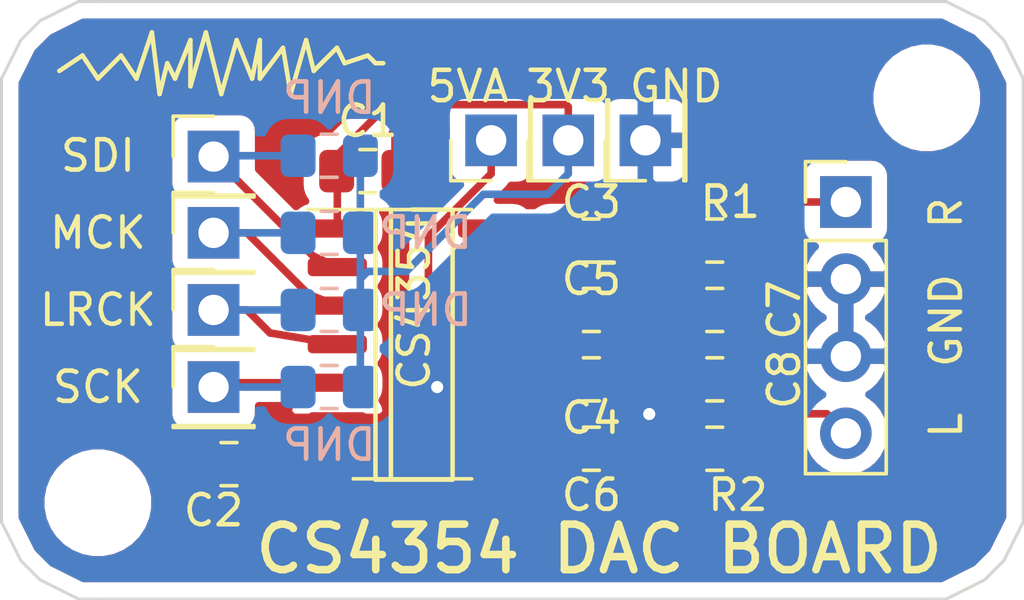
<source format=kicad_pcb>
(kicad_pcb (version 20171130) (host pcbnew 5.1.2-f72e74a~84~ubuntu18.04.1)

  (general
    (thickness 1.6)
    (drawings 56)
    (tracks 87)
    (zones 0)
    (modules 25)
    (nets 16)
  )

  (page A4)
  (layers
    (0 F.Cu signal)
    (31 B.Cu signal)
    (32 B.Adhes user)
    (33 F.Adhes user)
    (34 B.Paste user)
    (35 F.Paste user)
    (36 B.SilkS user)
    (37 F.SilkS user)
    (38 B.Mask user)
    (39 F.Mask user)
    (40 Dwgs.User user)
    (41 Cmts.User user)
    (42 Eco1.User user)
    (43 Eco2.User user)
    (44 Edge.Cuts user)
    (45 Margin user)
    (46 B.CrtYd user hide)
    (47 F.CrtYd user hide)
    (48 B.Fab user hide)
    (49 F.Fab user hide)
  )

  (setup
    (last_trace_width 0.25)
    (user_trace_width 0.381)
    (trace_clearance 0.2)
    (zone_clearance 0.508)
    (zone_45_only no)
    (trace_min 0.2)
    (via_size 0.8)
    (via_drill 0.4)
    (via_min_size 0.4)
    (via_min_drill 0.3)
    (uvia_size 0.3)
    (uvia_drill 0.1)
    (uvias_allowed no)
    (uvia_min_size 0.2)
    (uvia_min_drill 0.1)
    (edge_width 0.1)
    (segment_width 0.2)
    (pcb_text_width 0.3)
    (pcb_text_size 1.5 1.5)
    (mod_edge_width 0.15)
    (mod_text_size 1 1)
    (mod_text_width 0.15)
    (pad_size 1.524 1.524)
    (pad_drill 0.762)
    (pad_to_mask_clearance 0)
    (aux_axis_origin 0 0)
    (grid_origin 129.286 71.882)
    (visible_elements 7FFFFFFF)
    (pcbplotparams
      (layerselection 0x010fc_ffffffff)
      (usegerberextensions false)
      (usegerberattributes false)
      (usegerberadvancedattributes false)
      (creategerberjobfile false)
      (excludeedgelayer true)
      (linewidth 0.100000)
      (plotframeref false)
      (viasonmask false)
      (mode 1)
      (useauxorigin false)
      (hpglpennumber 1)
      (hpglpenspeed 20)
      (hpglpendiameter 15.000000)
      (psnegative false)
      (psa4output false)
      (plotreference true)
      (plotvalue true)
      (plotinvisibletext false)
      (padsonsilk false)
      (subtractmaskfromsilk false)
      (outputformat 4)
      (mirror false)
      (drillshape 0)
      (scaleselection 1)
      (outputdirectory "gerber"))
  )

  (net 0 "")
  (net 1 GND)
  (net 2 +3V3)
  (net 3 "Net-(C2-Pad1)")
  (net 4 "Net-(C3-Pad2)")
  (net 5 +5VA)
  (net 6 "Net-(C5-Pad2)")
  (net 7 "Net-(C5-Pad1)")
  (net 8 "/2_VOUT_A(to1.8K)")
  (net 9 "/1_VOUT_A(to1.8K)")
  (net 10 "Net-(R1-Pad2)")
  (net 11 "Net-(R2-Pad2)")
  (net 12 "Net-(LRCK1-Pad1)")
  (net 13 "Net-(MCK1-Pad1)")
  (net 14 "Net-(R3-Pad1)")
  (net 15 "Net-(R6-Pad1)")

  (net_class Default "This is the default net class."
    (clearance 0.2)
    (trace_width 0.25)
    (via_dia 0.8)
    (via_drill 0.4)
    (uvia_dia 0.3)
    (uvia_drill 0.1)
    (add_net +3V3)
    (add_net +5VA)
    (add_net "/1_VOUT_A(to1.8K)")
    (add_net "/2_VOUT_A(to1.8K)")
    (add_net GND)
    (add_net "Net-(C2-Pad1)")
    (add_net "Net-(C3-Pad2)")
    (add_net "Net-(C5-Pad1)")
    (add_net "Net-(C5-Pad2)")
    (add_net "Net-(LRCK1-Pad1)")
    (add_net "Net-(MCK1-Pad1)")
    (add_net "Net-(R1-Pad2)")
    (add_net "Net-(R2-Pad2)")
    (add_net "Net-(R3-Pad1)")
    (add_net "Net-(R6-Pad1)")
  )

  (module Resistor_SMD:R_0805_2012Metric_Pad1.15x1.40mm_HandSolder (layer B.Cu) (tedit 5B36C52B) (tstamp 5D1B1E44)
    (at 131.826 68.072)
    (descr "Resistor SMD 0805 (2012 Metric), square (rectangular) end terminal, IPC_7351 nominal with elongated pad for handsoldering. (Body size source: https://docs.google.com/spreadsheets/d/1BsfQQcO9C6DZCsRaXUlFlo91Tg2WpOkGARC1WS5S8t0/edit?usp=sharing), generated with kicad-footprint-generator")
    (tags "resistor handsolder")
    (path /5D1B0C98)
    (attr smd)
    (fp_text reference R6 (at 0 1.65) (layer B.Fab)
      (effects (font (size 1 1) (thickness 0.15)) (justify mirror))
    )
    (fp_text value DNP (at 0 1.905) (layer B.SilkS)
      (effects (font (size 1 1) (thickness 0.15)) (justify mirror))
    )
    (fp_text user %R (at 0 0) (layer B.Fab)
      (effects (font (size 0.5 0.5) (thickness 0.08)) (justify mirror))
    )
    (fp_line (start 1.85 -0.95) (end -1.85 -0.95) (layer B.CrtYd) (width 0.05))
    (fp_line (start 1.85 0.95) (end 1.85 -0.95) (layer B.CrtYd) (width 0.05))
    (fp_line (start -1.85 0.95) (end 1.85 0.95) (layer B.CrtYd) (width 0.05))
    (fp_line (start -1.85 -0.95) (end -1.85 0.95) (layer B.CrtYd) (width 0.05))
    (fp_line (start -0.261252 -0.71) (end 0.261252 -0.71) (layer B.SilkS) (width 0.12))
    (fp_line (start -0.261252 0.71) (end 0.261252 0.71) (layer B.SilkS) (width 0.12))
    (fp_line (start 1 -0.6) (end -1 -0.6) (layer B.Fab) (width 0.1))
    (fp_line (start 1 0.6) (end 1 -0.6) (layer B.Fab) (width 0.1))
    (fp_line (start -1 0.6) (end 1 0.6) (layer B.Fab) (width 0.1))
    (fp_line (start -1 -0.6) (end -1 0.6) (layer B.Fab) (width 0.1))
    (pad 2 smd roundrect (at 1.025 0) (size 1.15 1.4) (layers B.Cu B.Paste B.Mask) (roundrect_rratio 0.217391)
      (net 2 +3V3))
    (pad 1 smd roundrect (at -1.025 0) (size 1.15 1.4) (layers B.Cu B.Paste B.Mask) (roundrect_rratio 0.217391)
      (net 15 "Net-(R6-Pad1)"))
    (model ${KISYS3DMOD}/Resistor_SMD.3dshapes/R_0805_2012Metric.wrl
      (at (xyz 0 0 0))
      (scale (xyz 1 1 1))
      (rotate (xyz 0 0 0))
    )
  )

  (module Resistor_SMD:R_0805_2012Metric_Pad1.15x1.40mm_HandSolder (layer B.Cu) (tedit 5B36C52B) (tstamp 5D1B1DE4)
    (at 131.826 65.532)
    (descr "Resistor SMD 0805 (2012 Metric), square (rectangular) end terminal, IPC_7351 nominal with elongated pad for handsoldering. (Body size source: https://docs.google.com/spreadsheets/d/1BsfQQcO9C6DZCsRaXUlFlo91Tg2WpOkGARC1WS5S8t0/edit?usp=sharing), generated with kicad-footprint-generator")
    (tags "resistor handsolder")
    (path /5D1B0930)
    (attr smd)
    (fp_text reference R5 (at 0 1.65) (layer B.Fab)
      (effects (font (size 1 1) (thickness 0.15)) (justify mirror))
    )
    (fp_text value DNP (at 3.175 0 180) (layer B.SilkS)
      (effects (font (size 1 1) (thickness 0.15)) (justify mirror))
    )
    (fp_text user %R (at 0 0) (layer B.Fab)
      (effects (font (size 0.5 0.5) (thickness 0.08)) (justify mirror))
    )
    (fp_line (start 1.85 -0.95) (end -1.85 -0.95) (layer B.CrtYd) (width 0.05))
    (fp_line (start 1.85 0.95) (end 1.85 -0.95) (layer B.CrtYd) (width 0.05))
    (fp_line (start -1.85 0.95) (end 1.85 0.95) (layer B.CrtYd) (width 0.05))
    (fp_line (start -1.85 -0.95) (end -1.85 0.95) (layer B.CrtYd) (width 0.05))
    (fp_line (start -0.261252 -0.71) (end 0.261252 -0.71) (layer B.SilkS) (width 0.12))
    (fp_line (start -0.261252 0.71) (end 0.261252 0.71) (layer B.SilkS) (width 0.12))
    (fp_line (start 1 -0.6) (end -1 -0.6) (layer B.Fab) (width 0.1))
    (fp_line (start 1 0.6) (end 1 -0.6) (layer B.Fab) (width 0.1))
    (fp_line (start -1 0.6) (end 1 0.6) (layer B.Fab) (width 0.1))
    (fp_line (start -1 -0.6) (end -1 0.6) (layer B.Fab) (width 0.1))
    (pad 2 smd roundrect (at 1.025 0) (size 1.15 1.4) (layers B.Cu B.Paste B.Mask) (roundrect_rratio 0.217391)
      (net 2 +3V3))
    (pad 1 smd roundrect (at -1.025 0) (size 1.15 1.4) (layers B.Cu B.Paste B.Mask) (roundrect_rratio 0.217391)
      (net 12 "Net-(LRCK1-Pad1)"))
    (model ${KISYS3DMOD}/Resistor_SMD.3dshapes/R_0805_2012Metric.wrl
      (at (xyz 0 0 0))
      (scale (xyz 1 1 1))
      (rotate (xyz 0 0 0))
    )
  )

  (module Resistor_SMD:R_0805_2012Metric_Pad1.15x1.40mm_HandSolder (layer B.Cu) (tedit 5B36C52B) (tstamp 5D1B1E14)
    (at 131.826 62.992)
    (descr "Resistor SMD 0805 (2012 Metric), square (rectangular) end terminal, IPC_7351 nominal with elongated pad for handsoldering. (Body size source: https://docs.google.com/spreadsheets/d/1BsfQQcO9C6DZCsRaXUlFlo91Tg2WpOkGARC1WS5S8t0/edit?usp=sharing), generated with kicad-footprint-generator")
    (tags "resistor handsolder")
    (path /5D1B0694)
    (attr smd)
    (fp_text reference R4 (at 0 1.65) (layer B.Fab)
      (effects (font (size 1 1) (thickness 0.15)) (justify mirror))
    )
    (fp_text value DNP (at 3.175 0) (layer B.SilkS)
      (effects (font (size 1 1) (thickness 0.15)) (justify mirror))
    )
    (fp_text user %R (at 0 0) (layer B.Fab)
      (effects (font (size 0.5 0.5) (thickness 0.08)) (justify mirror))
    )
    (fp_line (start 1.85 -0.95) (end -1.85 -0.95) (layer B.CrtYd) (width 0.05))
    (fp_line (start 1.85 0.95) (end 1.85 -0.95) (layer B.CrtYd) (width 0.05))
    (fp_line (start -1.85 0.95) (end 1.85 0.95) (layer B.CrtYd) (width 0.05))
    (fp_line (start -1.85 -0.95) (end -1.85 0.95) (layer B.CrtYd) (width 0.05))
    (fp_line (start -0.261252 -0.71) (end 0.261252 -0.71) (layer B.SilkS) (width 0.12))
    (fp_line (start -0.261252 0.71) (end 0.261252 0.71) (layer B.SilkS) (width 0.12))
    (fp_line (start 1 -0.6) (end -1 -0.6) (layer B.Fab) (width 0.1))
    (fp_line (start 1 0.6) (end 1 -0.6) (layer B.Fab) (width 0.1))
    (fp_line (start -1 0.6) (end 1 0.6) (layer B.Fab) (width 0.1))
    (fp_line (start -1 -0.6) (end -1 0.6) (layer B.Fab) (width 0.1))
    (pad 2 smd roundrect (at 1.025 0) (size 1.15 1.4) (layers B.Cu B.Paste B.Mask) (roundrect_rratio 0.217391)
      (net 2 +3V3))
    (pad 1 smd roundrect (at -1.025 0) (size 1.15 1.4) (layers B.Cu B.Paste B.Mask) (roundrect_rratio 0.217391)
      (net 13 "Net-(MCK1-Pad1)"))
    (model ${KISYS3DMOD}/Resistor_SMD.3dshapes/R_0805_2012Metric.wrl
      (at (xyz 0 0 0))
      (scale (xyz 1 1 1))
      (rotate (xyz 0 0 0))
    )
  )

  (module Resistor_SMD:R_0805_2012Metric_Pad1.15x1.40mm_HandSolder (layer B.Cu) (tedit 5B36C52B) (tstamp 5D1B1E74)
    (at 131.826 60.452)
    (descr "Resistor SMD 0805 (2012 Metric), square (rectangular) end terminal, IPC_7351 nominal with elongated pad for handsoldering. (Body size source: https://docs.google.com/spreadsheets/d/1BsfQQcO9C6DZCsRaXUlFlo91Tg2WpOkGARC1WS5S8t0/edit?usp=sharing), generated with kicad-footprint-generator")
    (tags "resistor handsolder")
    (path /5D1AEB0C)
    (attr smd)
    (fp_text reference R3 (at 0 1.65) (layer B.Fab)
      (effects (font (size 1 1) (thickness 0.15)) (justify mirror))
    )
    (fp_text value DNP (at 0 -1.905 180) (layer B.SilkS)
      (effects (font (size 1 1) (thickness 0.15)) (justify mirror))
    )
    (fp_text user %R (at 0 0) (layer B.Fab)
      (effects (font (size 0.5 0.5) (thickness 0.08)) (justify mirror))
    )
    (fp_line (start 1.85 -0.95) (end -1.85 -0.95) (layer B.CrtYd) (width 0.05))
    (fp_line (start 1.85 0.95) (end 1.85 -0.95) (layer B.CrtYd) (width 0.05))
    (fp_line (start -1.85 0.95) (end 1.85 0.95) (layer B.CrtYd) (width 0.05))
    (fp_line (start -1.85 -0.95) (end -1.85 0.95) (layer B.CrtYd) (width 0.05))
    (fp_line (start -0.261252 -0.71) (end 0.261252 -0.71) (layer B.SilkS) (width 0.12))
    (fp_line (start -0.261252 0.71) (end 0.261252 0.71) (layer B.SilkS) (width 0.12))
    (fp_line (start 1 -0.6) (end -1 -0.6) (layer B.Fab) (width 0.1))
    (fp_line (start 1 0.6) (end 1 -0.6) (layer B.Fab) (width 0.1))
    (fp_line (start -1 0.6) (end 1 0.6) (layer B.Fab) (width 0.1))
    (fp_line (start -1 -0.6) (end -1 0.6) (layer B.Fab) (width 0.1))
    (pad 2 smd roundrect (at 1.025 0) (size 1.15 1.4) (layers B.Cu B.Paste B.Mask) (roundrect_rratio 0.217391)
      (net 2 +3V3))
    (pad 1 smd roundrect (at -1.025 0) (size 1.15 1.4) (layers B.Cu B.Paste B.Mask) (roundrect_rratio 0.217391)
      (net 14 "Net-(R3-Pad1)"))
    (model ${KISYS3DMOD}/Resistor_SMD.3dshapes/R_0805_2012Metric.wrl
      (at (xyz 0 0 0))
      (scale (xyz 1 1 1))
      (rotate (xyz 0 0 0))
    )
  )

  (module MountingHole:MountingHole_2.5mm (layer F.Cu) (tedit 56D1B4CB) (tstamp 5D1A6281)
    (at 151.511 58.547)
    (descr "Mounting Hole 2.5mm, no annular")
    (tags "mounting hole 2.5mm no annular")
    (path /5D1CE12B)
    (attr virtual)
    (fp_text reference H2 (at 0 -3.5) (layer F.Fab)
      (effects (font (size 1 1) (thickness 0.15)))
    )
    (fp_text value MountingHole (at 0 3.5) (layer F.Fab)
      (effects (font (size 1 1) (thickness 0.15)))
    )
    (fp_circle (center 0 0) (end 2.75 0) (layer F.CrtYd) (width 0.05))
    (fp_circle (center 0 0) (end 2.5 0) (layer Cmts.User) (width 0.15))
    (fp_text user %R (at 0.3 0) (layer F.Fab)
      (effects (font (size 1 1) (thickness 0.15)))
    )
    (pad 1 np_thru_hole circle (at 0 0) (size 2.5 2.5) (drill 2.5) (layers *.Cu *.Mask))
  )

  (module MountingHole:MountingHole_2.5mm (layer F.Cu) (tedit 56D1B4CB) (tstamp 5D1A5C14)
    (at 124.206 71.882)
    (descr "Mounting Hole 2.5mm, no annular")
    (tags "mounting hole 2.5mm no annular")
    (path /5D1CDEEB)
    (attr virtual)
    (fp_text reference H1 (at 0 -3.5) (layer F.Fab)
      (effects (font (size 1 1) (thickness 0.15)))
    )
    (fp_text value MountingHole (at 0 3.5) (layer F.Fab)
      (effects (font (size 1 1) (thickness 0.15)))
    )
    (fp_circle (center 0 0) (end 2.75 0) (layer F.CrtYd) (width 0.05))
    (fp_circle (center 0 0) (end 2.5 0) (layer Cmts.User) (width 0.15))
    (fp_text user %R (at 0.3 0) (layer F.Fab)
      (effects (font (size 1 1) (thickness 0.15)))
    )
    (pad 1 np_thru_hole circle (at 0 0) (size 2.5 2.5) (drill 2.5) (layers *.Cu *.Mask))
  )

  (module Capacitor_SMD:C_0805_2012Metric_Pad1.15x1.40mm_HandSolder (layer F.Cu) (tedit 5B36C52B) (tstamp 5D19D5DD)
    (at 140.462 67.818)
    (descr "Capacitor SMD 0805 (2012 Metric), square (rectangular) end terminal, IPC_7351 nominal with elongated pad for handsoldering. (Body size source: https://docs.google.com/spreadsheets/d/1BsfQQcO9C6DZCsRaXUlFlo91Tg2WpOkGARC1WS5S8t0/edit?usp=sharing), generated with kicad-footprint-generator")
    (tags "capacitor handsolder")
    (path /5D13610B)
    (attr smd)
    (fp_text reference C4 (at 0 1.27) (layer F.SilkS)
      (effects (font (size 1 1) (thickness 0.15)))
    )
    (fp_text value 100nF (at 0 1.65) (layer F.Fab)
      (effects (font (size 1 1) (thickness 0.15)))
    )
    (fp_text user %R (at 0 0) (layer F.Fab)
      (effects (font (size 0.5 0.5) (thickness 0.08)))
    )
    (fp_line (start 1.85 0.95) (end -1.85 0.95) (layer F.CrtYd) (width 0.05))
    (fp_line (start 1.85 -0.95) (end 1.85 0.95) (layer F.CrtYd) (width 0.05))
    (fp_line (start -1.85 -0.95) (end 1.85 -0.95) (layer F.CrtYd) (width 0.05))
    (fp_line (start -1.85 0.95) (end -1.85 -0.95) (layer F.CrtYd) (width 0.05))
    (fp_line (start -0.261252 0.71) (end 0.261252 0.71) (layer F.SilkS) (width 0.12))
    (fp_line (start -0.261252 -0.71) (end 0.261252 -0.71) (layer F.SilkS) (width 0.12))
    (fp_line (start 1 0.6) (end -1 0.6) (layer F.Fab) (width 0.1))
    (fp_line (start 1 -0.6) (end 1 0.6) (layer F.Fab) (width 0.1))
    (fp_line (start -1 -0.6) (end 1 -0.6) (layer F.Fab) (width 0.1))
    (fp_line (start -1 0.6) (end -1 -0.6) (layer F.Fab) (width 0.1))
    (pad 2 smd roundrect (at 1.025 0) (size 1.15 1.4) (layers F.Cu F.Paste F.Mask) (roundrect_rratio 0.217391)
      (net 1 GND))
    (pad 1 smd roundrect (at -1.025 0) (size 1.15 1.4) (layers F.Cu F.Paste F.Mask) (roundrect_rratio 0.217391)
      (net 5 +5VA))
    (model ${KISYS3DMOD}/Capacitor_SMD.3dshapes/C_0805_2012Metric.wrl
      (at (xyz 0 0 0))
      (scale (xyz 1 1 1))
      (rotate (xyz 0 0 0))
    )
  )

  (module Resistor_SMD:R_0805_2012Metric_Pad1.15x1.40mm_HandSolder (layer F.Cu) (tedit 5B36C52B) (tstamp 5D19D5AD)
    (at 144.526 70.104)
    (descr "Resistor SMD 0805 (2012 Metric), square (rectangular) end terminal, IPC_7351 nominal with elongated pad for handsoldering. (Body size source: https://docs.google.com/spreadsheets/d/1BsfQQcO9C6DZCsRaXUlFlo91Tg2WpOkGARC1WS5S8t0/edit?usp=sharing), generated with kicad-footprint-generator")
    (tags "resistor handsolder")
    (path /5D145016)
    (attr smd)
    (fp_text reference R2 (at 0.762 1.524 180) (layer F.SilkS)
      (effects (font (size 1 1) (thickness 0.15)))
    )
    (fp_text value 470R (at 0 1.65) (layer F.Fab)
      (effects (font (size 1 1) (thickness 0.15)))
    )
    (fp_text user %R (at 0 0) (layer F.Fab)
      (effects (font (size 0.5 0.5) (thickness 0.08)))
    )
    (fp_line (start 1.85 0.95) (end -1.85 0.95) (layer F.CrtYd) (width 0.05))
    (fp_line (start 1.85 -0.95) (end 1.85 0.95) (layer F.CrtYd) (width 0.05))
    (fp_line (start -1.85 -0.95) (end 1.85 -0.95) (layer F.CrtYd) (width 0.05))
    (fp_line (start -1.85 0.95) (end -1.85 -0.95) (layer F.CrtYd) (width 0.05))
    (fp_line (start -0.261252 0.71) (end 0.261252 0.71) (layer F.SilkS) (width 0.12))
    (fp_line (start -0.261252 -0.71) (end 0.261252 -0.71) (layer F.SilkS) (width 0.12))
    (fp_line (start 1 0.6) (end -1 0.6) (layer F.Fab) (width 0.1))
    (fp_line (start 1 -0.6) (end 1 0.6) (layer F.Fab) (width 0.1))
    (fp_line (start -1 -0.6) (end 1 -0.6) (layer F.Fab) (width 0.1))
    (fp_line (start -1 0.6) (end -1 -0.6) (layer F.Fab) (width 0.1))
    (pad 2 smd roundrect (at 1.025 0) (size 1.15 1.4) (layers F.Cu F.Paste F.Mask) (roundrect_rratio 0.217391)
      (net 11 "Net-(R2-Pad2)"))
    (pad 1 smd roundrect (at -1.025 0) (size 1.15 1.4) (layers F.Cu F.Paste F.Mask) (roundrect_rratio 0.217391)
      (net 9 "/1_VOUT_A(to1.8K)"))
    (model ${KISYS3DMOD}/Resistor_SMD.3dshapes/R_0805_2012Metric.wrl
      (at (xyz 0 0 0))
      (scale (xyz 1 1 1))
      (rotate (xyz 0 0 0))
    )
  )

  (module Capacitor_SMD:C_0805_2012Metric_Pad1.15x1.40mm_HandSolder (layer F.Cu) (tedit 5B36C52B) (tstamp 5D19D57D)
    (at 140.462 70.104)
    (descr "Capacitor SMD 0805 (2012 Metric), square (rectangular) end terminal, IPC_7351 nominal with elongated pad for handsoldering. (Body size source: https://docs.google.com/spreadsheets/d/1BsfQQcO9C6DZCsRaXUlFlo91Tg2WpOkGARC1WS5S8t0/edit?usp=sharing), generated with kicad-footprint-generator")
    (tags "capacitor handsolder")
    (path /5D13656D)
    (attr smd)
    (fp_text reference C6 (at 0 1.524) (layer F.SilkS)
      (effects (font (size 1 1) (thickness 0.15)))
    )
    (fp_text value 2.2uF (at 0 1.65) (layer F.Fab)
      (effects (font (size 1 1) (thickness 0.15)))
    )
    (fp_text user %R (at 0 0) (layer F.Fab)
      (effects (font (size 0.5 0.5) (thickness 0.08)))
    )
    (fp_line (start 1.85 0.95) (end -1.85 0.95) (layer F.CrtYd) (width 0.05))
    (fp_line (start 1.85 -0.95) (end 1.85 0.95) (layer F.CrtYd) (width 0.05))
    (fp_line (start -1.85 -0.95) (end 1.85 -0.95) (layer F.CrtYd) (width 0.05))
    (fp_line (start -1.85 0.95) (end -1.85 -0.95) (layer F.CrtYd) (width 0.05))
    (fp_line (start -0.261252 0.71) (end 0.261252 0.71) (layer F.SilkS) (width 0.12))
    (fp_line (start -0.261252 -0.71) (end 0.261252 -0.71) (layer F.SilkS) (width 0.12))
    (fp_line (start 1 0.6) (end -1 0.6) (layer F.Fab) (width 0.1))
    (fp_line (start 1 -0.6) (end 1 0.6) (layer F.Fab) (width 0.1))
    (fp_line (start -1 -0.6) (end 1 -0.6) (layer F.Fab) (width 0.1))
    (fp_line (start -1 0.6) (end -1 -0.6) (layer F.Fab) (width 0.1))
    (pad 2 smd roundrect (at 1.025 0) (size 1.15 1.4) (layers F.Cu F.Paste F.Mask) (roundrect_rratio 0.217391)
      (net 1 GND))
    (pad 1 smd roundrect (at -1.025 0) (size 1.15 1.4) (layers F.Cu F.Paste F.Mask) (roundrect_rratio 0.217391)
      (net 5 +5VA))
    (model ${KISYS3DMOD}/Capacitor_SMD.3dshapes/C_0805_2012Metric.wrl
      (at (xyz 0 0 0))
      (scale (xyz 1 1 1))
      (rotate (xyz 0 0 0))
    )
  )

  (module Capacitor_SMD:C_0805_2012Metric_Pad1.15x1.40mm_HandSolder (layer F.Cu) (tedit 5B36C52B) (tstamp 5D19D54D)
    (at 144.526 67.818)
    (descr "Capacitor SMD 0805 (2012 Metric), square (rectangular) end terminal, IPC_7351 nominal with elongated pad for handsoldering. (Body size source: https://docs.google.com/spreadsheets/d/1BsfQQcO9C6DZCsRaXUlFlo91Tg2WpOkGARC1WS5S8t0/edit?usp=sharing), generated with kicad-footprint-generator")
    (tags "capacitor handsolder")
    (path /5D14523E)
    (attr smd)
    (fp_text reference C8 (at 2.286 0 90) (layer F.SilkS)
      (effects (font (size 1 1) (thickness 0.15)))
    )
    (fp_text value 2.2nF (at 0 1.65) (layer F.Fab)
      (effects (font (size 1 1) (thickness 0.15)))
    )
    (fp_text user %R (at 0 0) (layer F.Fab)
      (effects (font (size 0.5 0.5) (thickness 0.08)))
    )
    (fp_line (start 1.85 0.95) (end -1.85 0.95) (layer F.CrtYd) (width 0.05))
    (fp_line (start 1.85 -0.95) (end 1.85 0.95) (layer F.CrtYd) (width 0.05))
    (fp_line (start -1.85 -0.95) (end 1.85 -0.95) (layer F.CrtYd) (width 0.05))
    (fp_line (start -1.85 0.95) (end -1.85 -0.95) (layer F.CrtYd) (width 0.05))
    (fp_line (start -0.261252 0.71) (end 0.261252 0.71) (layer F.SilkS) (width 0.12))
    (fp_line (start -0.261252 -0.71) (end 0.261252 -0.71) (layer F.SilkS) (width 0.12))
    (fp_line (start 1 0.6) (end -1 0.6) (layer F.Fab) (width 0.1))
    (fp_line (start 1 -0.6) (end 1 0.6) (layer F.Fab) (width 0.1))
    (fp_line (start -1 -0.6) (end 1 -0.6) (layer F.Fab) (width 0.1))
    (fp_line (start -1 0.6) (end -1 -0.6) (layer F.Fab) (width 0.1))
    (pad 2 smd roundrect (at 1.025 0) (size 1.15 1.4) (layers F.Cu F.Paste F.Mask) (roundrect_rratio 0.217391)
      (net 1 GND))
    (pad 1 smd roundrect (at -1.025 0) (size 1.15 1.4) (layers F.Cu F.Paste F.Mask) (roundrect_rratio 0.217391)
      (net 9 "/1_VOUT_A(to1.8K)"))
    (model ${KISYS3DMOD}/Capacitor_SMD.3dshapes/C_0805_2012Metric.wrl
      (at (xyz 0 0 0))
      (scale (xyz 1 1 1))
      (rotate (xyz 0 0 0))
    )
  )

  (module Package_SO:SOIC-14_3.9x8.7mm_P1.27mm (layer F.Cu) (tedit 5C97300E) (tstamp 5D19A079)
    (at 134.567281 66.659741)
    (descr "SOIC, 14 Pin (JEDEC MS-012AB, https://www.analog.com/media/en/package-pcb-resources/package/pkg_pdf/soic_narrow-r/r_14.pdf), generated with kicad-footprint-generator ipc_gullwing_generator.py")
    (tags "SOIC SO")
    (path /5D1351E6)
    (attr smd)
    (fp_text reference U1 (at 0 -5.28) (layer F.Fab)
      (effects (font (size 1 1) (thickness 0.15)))
    )
    (fp_text value CS4354 (at 0.052719 -1.381741 90) (layer F.SilkS)
      (effects (font (size 1 1) (thickness 0.15)))
    )
    (fp_text user %R (at 0 0) (layer F.Fab)
      (effects (font (size 0.98 0.98) (thickness 0.15)))
    )
    (fp_line (start 3.7 -4.58) (end -3.7 -4.58) (layer F.CrtYd) (width 0.05))
    (fp_line (start 3.7 4.58) (end 3.7 -4.58) (layer F.CrtYd) (width 0.05))
    (fp_line (start -3.7 4.58) (end 3.7 4.58) (layer F.CrtYd) (width 0.05))
    (fp_line (start -3.7 -4.58) (end -3.7 4.58) (layer F.CrtYd) (width 0.05))
    (fp_line (start -1.95 -3.35) (end -0.975 -4.325) (layer F.Fab) (width 0.1))
    (fp_line (start -1.95 4.325) (end -1.95 -3.35) (layer F.Fab) (width 0.1))
    (fp_line (start 1.95 4.325) (end -1.95 4.325) (layer F.Fab) (width 0.1))
    (fp_line (start 1.95 -4.325) (end 1.95 4.325) (layer F.Fab) (width 0.1))
    (fp_line (start -0.975 -4.325) (end 1.95 -4.325) (layer F.Fab) (width 0.1))
    (fp_line (start 0 -4.435) (end -3.45 -4.435) (layer F.SilkS) (width 0.12))
    (fp_line (start 0 -4.435) (end 1.95 -4.435) (layer F.SilkS) (width 0.12))
    (fp_line (start 0 4.435) (end -1.95 4.435) (layer F.SilkS) (width 0.12))
    (fp_line (start 0 4.435) (end 1.95 4.435) (layer F.SilkS) (width 0.12))
    (pad 14 smd roundrect (at 2.475 -3.81) (size 1.95 0.6) (layers F.Cu F.Paste F.Mask) (roundrect_rratio 0.25)
      (net 4 "Net-(C3-Pad2)"))
    (pad 13 smd roundrect (at 2.475 -2.54) (size 1.95 0.6) (layers F.Cu F.Paste F.Mask) (roundrect_rratio 0.25)
      (net 6 "Net-(C5-Pad2)"))
    (pad 12 smd roundrect (at 2.475 -1.27) (size 1.95 0.6) (layers F.Cu F.Paste F.Mask) (roundrect_rratio 0.25)
      (net 7 "Net-(C5-Pad1)"))
    (pad 11 smd roundrect (at 2.475 0) (size 1.95 0.6) (layers F.Cu F.Paste F.Mask) (roundrect_rratio 0.25)
      (net 5 +5VA))
    (pad 10 smd roundrect (at 2.475 1.27) (size 1.95 0.6) (layers F.Cu F.Paste F.Mask) (roundrect_rratio 0.25)
      (net 1 GND))
    (pad 9 smd roundrect (at 2.475 2.54) (size 1.95 0.6) (layers F.Cu F.Paste F.Mask) (roundrect_rratio 0.25)
      (net 10 "Net-(R1-Pad2)"))
    (pad 8 smd roundrect (at 2.475 3.81) (size 1.95 0.6) (layers F.Cu F.Paste F.Mask) (roundrect_rratio 0.25)
      (net 11 "Net-(R2-Pad2)"))
    (pad 7 smd roundrect (at -2.475 3.81) (size 1.95 0.6) (layers F.Cu F.Paste F.Mask) (roundrect_rratio 0.25)
      (net 3 "Net-(C2-Pad1)"))
    (pad 6 smd roundrect (at -2.475 2.54) (size 1.95 0.6) (layers F.Cu F.Paste F.Mask) (roundrect_rratio 0.25)
      (net 1 GND))
    (pad 5 smd roundrect (at -2.475 1.27) (size 1.95 0.6) (layers F.Cu F.Paste F.Mask) (roundrect_rratio 0.25)
      (net 15 "Net-(R6-Pad1)"))
    (pad 4 smd roundrect (at -2.475 0) (size 1.95 0.6) (layers F.Cu F.Paste F.Mask) (roundrect_rratio 0.25)
      (net 12 "Net-(LRCK1-Pad1)"))
    (pad 3 smd roundrect (at -2.475 -1.27) (size 1.95 0.6) (layers F.Cu F.Paste F.Mask) (roundrect_rratio 0.25)
      (net 13 "Net-(MCK1-Pad1)"))
    (pad 2 smd roundrect (at -2.475 -2.54) (size 1.95 0.6) (layers F.Cu F.Paste F.Mask) (roundrect_rratio 0.25)
      (net 14 "Net-(R3-Pad1)"))
    (pad 1 smd roundrect (at -2.475 -3.81) (size 1.95 0.6) (layers F.Cu F.Paste F.Mask) (roundrect_rratio 0.25)
      (net 2 +3V3))
    (model ${KISYS3DMOD}/Package_SO.3dshapes/SOIC-14_3.9x8.7mm_P1.27mm.wrl
      (at (xyz 0 0 0))
      (scale (xyz 1 1 1))
      (rotate (xyz 0 0 0))
    )
  )

  (module Resistor_SMD:R_0805_2012Metric_Pad1.15x1.40mm_HandSolder (layer F.Cu) (tedit 5B36C52B) (tstamp 5D19A13F)
    (at 144.526 63.246)
    (descr "Resistor SMD 0805 (2012 Metric), square (rectangular) end terminal, IPC_7351 nominal with elongated pad for handsoldering. (Body size source: https://docs.google.com/spreadsheets/d/1BsfQQcO9C6DZCsRaXUlFlo91Tg2WpOkGARC1WS5S8t0/edit?usp=sharing), generated with kicad-footprint-generator")
    (tags "resistor handsolder")
    (path /5D144591)
    (attr smd)
    (fp_text reference R1 (at 0.508 -1.27 180) (layer F.SilkS)
      (effects (font (size 1 1) (thickness 0.15)))
    )
    (fp_text value 470R (at 0 1.65) (layer F.Fab)
      (effects (font (size 1 1) (thickness 0.15)))
    )
    (fp_text user %R (at 0 0) (layer F.Fab)
      (effects (font (size 0.5 0.5) (thickness 0.08)))
    )
    (fp_line (start 1.85 0.95) (end -1.85 0.95) (layer F.CrtYd) (width 0.05))
    (fp_line (start 1.85 -0.95) (end 1.85 0.95) (layer F.CrtYd) (width 0.05))
    (fp_line (start -1.85 -0.95) (end 1.85 -0.95) (layer F.CrtYd) (width 0.05))
    (fp_line (start -1.85 0.95) (end -1.85 -0.95) (layer F.CrtYd) (width 0.05))
    (fp_line (start -0.261252 0.71) (end 0.261252 0.71) (layer F.SilkS) (width 0.12))
    (fp_line (start -0.261252 -0.71) (end 0.261252 -0.71) (layer F.SilkS) (width 0.12))
    (fp_line (start 1 0.6) (end -1 0.6) (layer F.Fab) (width 0.1))
    (fp_line (start 1 -0.6) (end 1 0.6) (layer F.Fab) (width 0.1))
    (fp_line (start -1 -0.6) (end 1 -0.6) (layer F.Fab) (width 0.1))
    (fp_line (start -1 0.6) (end -1 -0.6) (layer F.Fab) (width 0.1))
    (pad 2 smd roundrect (at 1.025 0) (size 1.15 1.4) (layers F.Cu F.Paste F.Mask) (roundrect_rratio 0.217391)
      (net 10 "Net-(R1-Pad2)"))
    (pad 1 smd roundrect (at -1.025 0) (size 1.15 1.4) (layers F.Cu F.Paste F.Mask) (roundrect_rratio 0.217391)
      (net 8 "/2_VOUT_A(to1.8K)"))
    (model ${KISYS3DMOD}/Resistor_SMD.3dshapes/R_0805_2012Metric.wrl
      (at (xyz 0 0 0))
      (scale (xyz 1 1 1))
      (rotate (xyz 0 0 0))
    )
  )

  (module Connector_PinHeader_2.54mm:PinHeader_1x01_P2.54mm_Vertical (layer F.Cu) (tedit 59FED5CC) (tstamp 5D19A032)
    (at 137.16 59.944 90)
    (descr "Through hole straight pin header, 1x01, 2.54mm pitch, single row")
    (tags "Through hole pin header THT 1x01 2.54mm single row")
    (path /5D1B6206)
    (fp_text reference J8 (at 0 -2.33 90) (layer F.Fab)
      (effects (font (size 1 1) (thickness 0.15)))
    )
    (fp_text value 5VA (at 1.778 -0.762 180) (layer F.SilkS)
      (effects (font (size 1 1) (thickness 0.15)))
    )
    (fp_text user %R (at 0 0) (layer F.Fab)
      (effects (font (size 1 1) (thickness 0.15)))
    )
    (fp_line (start 1.8 -1.8) (end -1.8 -1.8) (layer F.CrtYd) (width 0.05))
    (fp_line (start 1.8 1.8) (end 1.8 -1.8) (layer F.CrtYd) (width 0.05))
    (fp_line (start -1.8 1.8) (end 1.8 1.8) (layer F.CrtYd) (width 0.05))
    (fp_line (start -1.8 -1.8) (end -1.8 1.8) (layer F.CrtYd) (width 0.05))
    (fp_line (start -1.33 -1.33) (end 0 -1.33) (layer F.SilkS) (width 0.12))
    (fp_line (start -1.33 0) (end -1.33 -1.33) (layer F.SilkS) (width 0.12))
    (fp_line (start -1.33 1.27) (end 1.33 1.27) (layer F.SilkS) (width 0.12))
    (fp_line (start 1.33 1.27) (end 1.33 1.33) (layer F.SilkS) (width 0.12))
    (fp_line (start -1.33 1.27) (end -1.33 1.33) (layer F.SilkS) (width 0.12))
    (fp_line (start -1.33 1.33) (end 1.33 1.33) (layer F.SilkS) (width 0.12))
    (fp_line (start -1.27 -0.635) (end -0.635 -1.27) (layer F.Fab) (width 0.1))
    (fp_line (start -1.27 1.27) (end -1.27 -0.635) (layer F.Fab) (width 0.1))
    (fp_line (start 1.27 1.27) (end -1.27 1.27) (layer F.Fab) (width 0.1))
    (fp_line (start 1.27 -1.27) (end 1.27 1.27) (layer F.Fab) (width 0.1))
    (fp_line (start -0.635 -1.27) (end 1.27 -1.27) (layer F.Fab) (width 0.1))
    (pad 1 thru_hole rect (at 0 0 90) (size 1.7 1.7) (drill 1) (layers *.Cu *.Mask)
      (net 5 +5VA))
    (model ${KISYS3DMOD}/Connector_PinHeader_2.54mm.3dshapes/PinHeader_1x01_P2.54mm_Vertical.wrl
      (at (xyz 0 0 0))
      (scale (xyz 1 1 1))
      (rotate (xyz 0 0 0))
    )
  )

  (module Connector_PinHeader_2.54mm:PinHeader_1x01_P2.54mm_Vertical (layer F.Cu) (tedit 59FED5CC) (tstamp 5D19A0CB)
    (at 142.24 59.944 90)
    (descr "Through hole straight pin header, 1x01, 2.54mm pitch, single row")
    (tags "Through hole pin header THT 1x01 2.54mm single row")
    (path /5D1BA223)
    (fp_text reference GND1 (at 0 -2.33 90) (layer F.Fab)
      (effects (font (size 1 1) (thickness 0.15)))
    )
    (fp_text value GND (at 1.778 1.016 180) (layer F.SilkS)
      (effects (font (size 1 1) (thickness 0.15)))
    )
    (fp_text user %R (at 0 0) (layer F.Fab)
      (effects (font (size 1 1) (thickness 0.15)))
    )
    (fp_line (start 1.8 -1.8) (end -1.8 -1.8) (layer F.CrtYd) (width 0.05))
    (fp_line (start 1.8 1.8) (end 1.8 -1.8) (layer F.CrtYd) (width 0.05))
    (fp_line (start -1.8 1.8) (end 1.8 1.8) (layer F.CrtYd) (width 0.05))
    (fp_line (start -1.8 -1.8) (end -1.8 1.8) (layer F.CrtYd) (width 0.05))
    (fp_line (start -1.33 -1.33) (end 0 -1.33) (layer F.SilkS) (width 0.12))
    (fp_line (start -1.33 0) (end -1.33 -1.33) (layer F.SilkS) (width 0.12))
    (fp_line (start -1.33 1.27) (end 1.33 1.27) (layer F.SilkS) (width 0.12))
    (fp_line (start 1.33 1.27) (end 1.33 1.33) (layer F.SilkS) (width 0.12))
    (fp_line (start -1.33 1.27) (end -1.33 1.33) (layer F.SilkS) (width 0.12))
    (fp_line (start -1.33 1.33) (end 1.33 1.33) (layer F.SilkS) (width 0.12))
    (fp_line (start -1.27 -0.635) (end -0.635 -1.27) (layer F.Fab) (width 0.1))
    (fp_line (start -1.27 1.27) (end -1.27 -0.635) (layer F.Fab) (width 0.1))
    (fp_line (start 1.27 1.27) (end -1.27 1.27) (layer F.Fab) (width 0.1))
    (fp_line (start 1.27 -1.27) (end 1.27 1.27) (layer F.Fab) (width 0.1))
    (fp_line (start -0.635 -1.27) (end 1.27 -1.27) (layer F.Fab) (width 0.1))
    (pad 1 thru_hole rect (at 0 0 90) (size 1.7 1.7) (drill 1) (layers *.Cu *.Mask)
      (net 1 GND))
    (model ${KISYS3DMOD}/Connector_PinHeader_2.54mm.3dshapes/PinHeader_1x01_P2.54mm_Vertical.wrl
      (at (xyz 0 0 0))
      (scale (xyz 1 1 1))
      (rotate (xyz 0 0 0))
    )
  )

  (module Connector_PinHeader_2.54mm:PinHeader_1x04_P2.54mm_Vertical (layer F.Cu) (tedit 59FED5CC) (tstamp 5D19D50F)
    (at 148.844 61.976)
    (descr "Through hole straight pin header, 1x04, 2.54mm pitch, single row")
    (tags "Through hole pin header THT 1x04 2.54mm single row")
    (path /5D1A9118)
    (fp_text reference B_GND_A1 (at 2.032 3.81 90) (layer F.Fab)
      (effects (font (size 1 1) (thickness 0.15)))
    )
    (fp_text value "L  GND  R" (at 3.302 3.81 90) (layer F.SilkS)
      (effects (font (size 1 1) (thickness 0.15)))
    )
    (fp_text user %R (at 0 3.81 90) (layer F.Fab)
      (effects (font (size 1 1) (thickness 0.15)))
    )
    (fp_line (start 1.8 -1.8) (end -1.8 -1.8) (layer F.CrtYd) (width 0.05))
    (fp_line (start 1.8 9.4) (end 1.8 -1.8) (layer F.CrtYd) (width 0.05))
    (fp_line (start -1.8 9.4) (end 1.8 9.4) (layer F.CrtYd) (width 0.05))
    (fp_line (start -1.8 -1.8) (end -1.8 9.4) (layer F.CrtYd) (width 0.05))
    (fp_line (start -1.33 -1.33) (end 0 -1.33) (layer F.SilkS) (width 0.12))
    (fp_line (start -1.33 0) (end -1.33 -1.33) (layer F.SilkS) (width 0.12))
    (fp_line (start -1.33 1.27) (end 1.33 1.27) (layer F.SilkS) (width 0.12))
    (fp_line (start 1.33 1.27) (end 1.33 8.95) (layer F.SilkS) (width 0.12))
    (fp_line (start -1.33 1.27) (end -1.33 8.95) (layer F.SilkS) (width 0.12))
    (fp_line (start -1.33 8.95) (end 1.33 8.95) (layer F.SilkS) (width 0.12))
    (fp_line (start -1.27 -0.635) (end -0.635 -1.27) (layer F.Fab) (width 0.1))
    (fp_line (start -1.27 8.89) (end -1.27 -0.635) (layer F.Fab) (width 0.1))
    (fp_line (start 1.27 8.89) (end -1.27 8.89) (layer F.Fab) (width 0.1))
    (fp_line (start 1.27 -1.27) (end 1.27 8.89) (layer F.Fab) (width 0.1))
    (fp_line (start -0.635 -1.27) (end 1.27 -1.27) (layer F.Fab) (width 0.1))
    (pad 4 thru_hole oval (at 0 7.62) (size 1.7 1.7) (drill 1) (layers *.Cu *.Mask)
      (net 9 "/1_VOUT_A(to1.8K)"))
    (pad 3 thru_hole oval (at 0 5.08) (size 1.7 1.7) (drill 1) (layers *.Cu *.Mask)
      (net 1 GND))
    (pad 2 thru_hole oval (at 0 2.54) (size 1.7 1.7) (drill 1) (layers *.Cu *.Mask)
      (net 1 GND))
    (pad 1 thru_hole rect (at 0 0) (size 1.7 1.7) (drill 1) (layers *.Cu *.Mask)
      (net 8 "/2_VOUT_A(to1.8K)"))
    (model ${KISYS3DMOD}/Connector_PinHeader_2.54mm.3dshapes/PinHeader_1x04_P2.54mm_Vertical.wrl
      (at (xyz 0 0 0))
      (scale (xyz 1 1 1))
      (rotate (xyz 0 0 0))
    )
  )

  (module Connector_PinHeader_2.54mm:PinHeader_1x01_P2.54mm_Vertical (layer F.Cu) (tedit 59FED5CC) (tstamp 5D1A6998)
    (at 128.016 68.072)
    (descr "Through hole straight pin header, 1x01, 2.54mm pitch, single row")
    (tags "Through hole pin header THT 1x01 2.54mm single row")
    (path /5D1A2A56)
    (fp_text reference SCK1 (at -2.032 1.524 90) (layer F.Fab)
      (effects (font (size 1 1) (thickness 0.15)))
    )
    (fp_text value SCK (at -3.81 0) (layer F.SilkS)
      (effects (font (size 1 1) (thickness 0.15)))
    )
    (fp_text user %R (at 0 0 90) (layer F.Fab)
      (effects (font (size 1 1) (thickness 0.15)))
    )
    (fp_line (start 1.8 -1.8) (end -1.8 -1.8) (layer F.CrtYd) (width 0.05))
    (fp_line (start 1.8 1.8) (end 1.8 -1.8) (layer F.CrtYd) (width 0.05))
    (fp_line (start -1.8 1.8) (end 1.8 1.8) (layer F.CrtYd) (width 0.05))
    (fp_line (start -1.8 -1.8) (end -1.8 1.8) (layer F.CrtYd) (width 0.05))
    (fp_line (start -1.33 -1.33) (end 0 -1.33) (layer F.SilkS) (width 0.12))
    (fp_line (start -1.33 0) (end -1.33 -1.33) (layer F.SilkS) (width 0.12))
    (fp_line (start -1.33 1.27) (end 1.33 1.27) (layer F.SilkS) (width 0.12))
    (fp_line (start 1.33 1.27) (end 1.33 1.33) (layer F.SilkS) (width 0.12))
    (fp_line (start -1.33 1.27) (end -1.33 1.33) (layer F.SilkS) (width 0.12))
    (fp_line (start -1.33 1.33) (end 1.33 1.33) (layer F.SilkS) (width 0.12))
    (fp_line (start -1.27 -0.635) (end -0.635 -1.27) (layer F.Fab) (width 0.1))
    (fp_line (start -1.27 1.27) (end -1.27 -0.635) (layer F.Fab) (width 0.1))
    (fp_line (start 1.27 1.27) (end -1.27 1.27) (layer F.Fab) (width 0.1))
    (fp_line (start 1.27 -1.27) (end 1.27 1.27) (layer F.Fab) (width 0.1))
    (fp_line (start -0.635 -1.27) (end 1.27 -1.27) (layer F.Fab) (width 0.1))
    (pad 1 thru_hole rect (at 0 0) (size 1.7 1.7) (drill 1) (layers *.Cu *.Mask)
      (net 15 "Net-(R6-Pad1)"))
    (model ${KISYS3DMOD}/Connector_PinHeader_2.54mm.3dshapes/PinHeader_1x01_P2.54mm_Vertical.wrl
      (at (xyz 0 0 0))
      (scale (xyz 1 1 1))
      (rotate (xyz 0 0 0))
    )
  )

  (module Connector_PinHeader_2.54mm:PinHeader_1x01_P2.54mm_Vertical (layer F.Cu) (tedit 59FED5CC) (tstamp 5D1A6920)
    (at 128.016 65.532)
    (descr "Through hole straight pin header, 1x01, 2.54mm pitch, single row")
    (tags "Through hole pin header THT 1x01 2.54mm single row")
    (path /5D17A33E)
    (fp_text reference LRCK1 (at -2.286 0.508 90) (layer F.Fab)
      (effects (font (size 1 1) (thickness 0.15)))
    )
    (fp_text value LRCK (at -3.81 0 180) (layer F.SilkS)
      (effects (font (size 1 1) (thickness 0.15)))
    )
    (fp_text user %R (at 0 0 90) (layer F.Fab)
      (effects (font (size 1 1) (thickness 0.15)))
    )
    (fp_line (start 1.8 -1.8) (end -1.8 -1.8) (layer F.CrtYd) (width 0.05))
    (fp_line (start 1.8 1.8) (end 1.8 -1.8) (layer F.CrtYd) (width 0.05))
    (fp_line (start -1.8 1.8) (end 1.8 1.8) (layer F.CrtYd) (width 0.05))
    (fp_line (start -1.8 -1.8) (end -1.8 1.8) (layer F.CrtYd) (width 0.05))
    (fp_line (start -1.33 -1.33) (end 0 -1.33) (layer F.SilkS) (width 0.12))
    (fp_line (start -1.33 0) (end -1.33 -1.33) (layer F.SilkS) (width 0.12))
    (fp_line (start -1.33 1.27) (end 1.33 1.27) (layer F.SilkS) (width 0.12))
    (fp_line (start 1.33 1.27) (end 1.33 1.33) (layer F.SilkS) (width 0.12))
    (fp_line (start -1.33 1.27) (end -1.33 1.33) (layer F.SilkS) (width 0.12))
    (fp_line (start -1.33 1.33) (end 1.33 1.33) (layer F.SilkS) (width 0.12))
    (fp_line (start -1.27 -0.635) (end -0.635 -1.27) (layer F.Fab) (width 0.1))
    (fp_line (start -1.27 1.27) (end -1.27 -0.635) (layer F.Fab) (width 0.1))
    (fp_line (start 1.27 1.27) (end -1.27 1.27) (layer F.Fab) (width 0.1))
    (fp_line (start 1.27 -1.27) (end 1.27 1.27) (layer F.Fab) (width 0.1))
    (fp_line (start -0.635 -1.27) (end 1.27 -1.27) (layer F.Fab) (width 0.1))
    (pad 1 thru_hole rect (at 0 0) (size 1.7 1.7) (drill 1) (layers *.Cu *.Mask)
      (net 12 "Net-(LRCK1-Pad1)"))
    (model ${KISYS3DMOD}/Connector_PinHeader_2.54mm.3dshapes/PinHeader_1x01_P2.54mm_Vertical.wrl
      (at (xyz 0 0 0))
      (scale (xyz 1 1 1))
      (rotate (xyz 0 0 0))
    )
  )

  (module Connector_PinHeader_2.54mm:PinHeader_1x01_P2.54mm_Vertical (layer F.Cu) (tedit 59FED5CC) (tstamp 5D1A695C)
    (at 128.016 62.992)
    (descr "Through hole straight pin header, 1x01, 2.54mm pitch, single row")
    (tags "Through hole pin header THT 1x01 2.54mm single row")
    (path /5D177BD4)
    (fp_text reference MCK1 (at -2.032 -0.508 270) (layer F.Fab)
      (effects (font (size 1 1) (thickness 0.15)))
    )
    (fp_text value MCK (at -3.81 0 180) (layer F.SilkS)
      (effects (font (size 1 1) (thickness 0.15)))
    )
    (fp_text user %R (at 0 0 90) (layer F.Fab)
      (effects (font (size 1 1) (thickness 0.15)))
    )
    (fp_line (start 1.8 -1.8) (end -1.8 -1.8) (layer F.CrtYd) (width 0.05))
    (fp_line (start 1.8 1.8) (end 1.8 -1.8) (layer F.CrtYd) (width 0.05))
    (fp_line (start -1.8 1.8) (end 1.8 1.8) (layer F.CrtYd) (width 0.05))
    (fp_line (start -1.8 -1.8) (end -1.8 1.8) (layer F.CrtYd) (width 0.05))
    (fp_line (start -1.33 -1.33) (end 0 -1.33) (layer F.SilkS) (width 0.12))
    (fp_line (start -1.33 0) (end -1.33 -1.33) (layer F.SilkS) (width 0.12))
    (fp_line (start -1.33 1.27) (end 1.33 1.27) (layer F.SilkS) (width 0.12))
    (fp_line (start 1.33 1.27) (end 1.33 1.33) (layer F.SilkS) (width 0.12))
    (fp_line (start -1.33 1.27) (end -1.33 1.33) (layer F.SilkS) (width 0.12))
    (fp_line (start -1.33 1.33) (end 1.33 1.33) (layer F.SilkS) (width 0.12))
    (fp_line (start -1.27 -0.635) (end -0.635 -1.27) (layer F.Fab) (width 0.1))
    (fp_line (start -1.27 1.27) (end -1.27 -0.635) (layer F.Fab) (width 0.1))
    (fp_line (start 1.27 1.27) (end -1.27 1.27) (layer F.Fab) (width 0.1))
    (fp_line (start 1.27 -1.27) (end 1.27 1.27) (layer F.Fab) (width 0.1))
    (fp_line (start -0.635 -1.27) (end 1.27 -1.27) (layer F.Fab) (width 0.1))
    (pad 1 thru_hole rect (at 0 0) (size 1.7 1.7) (drill 1) (layers *.Cu *.Mask)
      (net 13 "Net-(MCK1-Pad1)"))
    (model ${KISYS3DMOD}/Connector_PinHeader_2.54mm.3dshapes/PinHeader_1x01_P2.54mm_Vertical.wrl
      (at (xyz 0 0 0))
      (scale (xyz 1 1 1))
      (rotate (xyz 0 0 0))
    )
  )

  (module Connector_PinHeader_2.54mm:PinHeader_1x01_P2.54mm_Vertical (layer F.Cu) (tedit 59FED5CC) (tstamp 5D1A68E4)
    (at 128.016 60.479741)
    (descr "Through hole straight pin header, 1x01, 2.54mm pitch, single row")
    (tags "Through hole pin header THT 1x01 2.54mm single row")
    (path /5D1A118C)
    (fp_text reference SDI1 (at -2.286 -1.043741 90) (layer F.Fab)
      (effects (font (size 1 1) (thickness 0.15)))
    )
    (fp_text value SDI (at -3.81 -0.027741 180) (layer F.SilkS)
      (effects (font (size 1 1) (thickness 0.15)))
    )
    (fp_text user %R (at 0 0 90) (layer F.Fab)
      (effects (font (size 1 1) (thickness 0.15)))
    )
    (fp_line (start 1.8 -1.8) (end -1.8 -1.8) (layer F.CrtYd) (width 0.05))
    (fp_line (start 1.8 1.8) (end 1.8 -1.8) (layer F.CrtYd) (width 0.05))
    (fp_line (start -1.8 1.8) (end 1.8 1.8) (layer F.CrtYd) (width 0.05))
    (fp_line (start -1.8 -1.8) (end -1.8 1.8) (layer F.CrtYd) (width 0.05))
    (fp_line (start -1.33 -1.33) (end 0 -1.33) (layer F.SilkS) (width 0.12))
    (fp_line (start -1.33 0) (end -1.33 -1.33) (layer F.SilkS) (width 0.12))
    (fp_line (start -1.33 1.27) (end 1.33 1.27) (layer F.SilkS) (width 0.12))
    (fp_line (start 1.33 1.27) (end 1.33 1.33) (layer F.SilkS) (width 0.12))
    (fp_line (start -1.33 1.27) (end -1.33 1.33) (layer F.SilkS) (width 0.12))
    (fp_line (start -1.33 1.33) (end 1.33 1.33) (layer F.SilkS) (width 0.12))
    (fp_line (start -1.27 -0.635) (end -0.635 -1.27) (layer F.Fab) (width 0.1))
    (fp_line (start -1.27 1.27) (end -1.27 -0.635) (layer F.Fab) (width 0.1))
    (fp_line (start 1.27 1.27) (end -1.27 1.27) (layer F.Fab) (width 0.1))
    (fp_line (start 1.27 -1.27) (end 1.27 1.27) (layer F.Fab) (width 0.1))
    (fp_line (start -0.635 -1.27) (end 1.27 -1.27) (layer F.Fab) (width 0.1))
    (pad 1 thru_hole rect (at 0 0) (size 1.7 1.7) (drill 1) (layers *.Cu *.Mask)
      (net 14 "Net-(R3-Pad1)"))
    (model ${KISYS3DMOD}/Connector_PinHeader_2.54mm.3dshapes/PinHeader_1x01_P2.54mm_Vertical.wrl
      (at (xyz 0 0 0))
      (scale (xyz 1 1 1))
      (rotate (xyz 0 0 0))
    )
  )

  (module Connector_PinHeader_2.54mm:PinHeader_1x01_P2.54mm_Vertical (layer F.Cu) (tedit 59FED5CC) (tstamp 5D199FC6)
    (at 139.7 59.944 90)
    (descr "Through hole straight pin header, 1x01, 2.54mm pitch, single row")
    (tags "Through hole pin header THT 1x01 2.54mm single row")
    (path /5D1AB41D)
    (fp_text reference 3V3 (at 0 -2.33 90) (layer F.Fab)
      (effects (font (size 1 1) (thickness 0.15)))
    )
    (fp_text value 3V3 (at 1.778 0 180) (layer F.SilkS)
      (effects (font (size 1 1) (thickness 0.15)))
    )
    (fp_text user %R (at 0 0) (layer F.Fab)
      (effects (font (size 1 1) (thickness 0.15)))
    )
    (fp_line (start 1.8 -1.8) (end -1.8 -1.8) (layer F.CrtYd) (width 0.05))
    (fp_line (start 1.8 1.8) (end 1.8 -1.8) (layer F.CrtYd) (width 0.05))
    (fp_line (start -1.8 1.8) (end 1.8 1.8) (layer F.CrtYd) (width 0.05))
    (fp_line (start -1.8 -1.8) (end -1.8 1.8) (layer F.CrtYd) (width 0.05))
    (fp_line (start -1.33 -1.33) (end 0 -1.33) (layer F.SilkS) (width 0.12))
    (fp_line (start -1.33 0) (end -1.33 -1.33) (layer F.SilkS) (width 0.12))
    (fp_line (start -1.33 1.27) (end 1.33 1.27) (layer F.SilkS) (width 0.12))
    (fp_line (start 1.33 1.27) (end 1.33 1.33) (layer F.SilkS) (width 0.12))
    (fp_line (start -1.33 1.27) (end -1.33 1.33) (layer F.SilkS) (width 0.12))
    (fp_line (start -1.33 1.33) (end 1.33 1.33) (layer F.SilkS) (width 0.12))
    (fp_line (start -1.27 -0.635) (end -0.635 -1.27) (layer F.Fab) (width 0.1))
    (fp_line (start -1.27 1.27) (end -1.27 -0.635) (layer F.Fab) (width 0.1))
    (fp_line (start 1.27 1.27) (end -1.27 1.27) (layer F.Fab) (width 0.1))
    (fp_line (start 1.27 -1.27) (end 1.27 1.27) (layer F.Fab) (width 0.1))
    (fp_line (start -0.635 -1.27) (end 1.27 -1.27) (layer F.Fab) (width 0.1))
    (pad 1 thru_hole rect (at 0 0 90) (size 1.7 1.7) (drill 1) (layers *.Cu *.Mask)
      (net 2 +3V3))
    (model ${KISYS3DMOD}/Connector_PinHeader_2.54mm.3dshapes/PinHeader_1x01_P2.54mm_Vertical.wrl
      (at (xyz 0 0 0))
      (scale (xyz 1 1 1))
      (rotate (xyz 0 0 0))
    )
  )

  (module Capacitor_SMD:C_0805_2012Metric_Pad1.15x1.40mm_HandSolder (layer F.Cu) (tedit 5B36C52B) (tstamp 5D199ED2)
    (at 144.526 65.532)
    (descr "Capacitor SMD 0805 (2012 Metric), square (rectangular) end terminal, IPC_7351 nominal with elongated pad for handsoldering. (Body size source: https://docs.google.com/spreadsheets/d/1BsfQQcO9C6DZCsRaXUlFlo91Tg2WpOkGARC1WS5S8t0/edit?usp=sharing), generated with kicad-footprint-generator")
    (tags "capacitor handsolder")
    (path /5D14572A)
    (attr smd)
    (fp_text reference C7 (at 2.286 0 90) (layer F.SilkS)
      (effects (font (size 1 1) (thickness 0.15)))
    )
    (fp_text value 2.2nF (at 0 1.65) (layer F.Fab)
      (effects (font (size 1 1) (thickness 0.15)))
    )
    (fp_text user %R (at 0 0) (layer F.Fab)
      (effects (font (size 0.5 0.5) (thickness 0.08)))
    )
    (fp_line (start 1.85 0.95) (end -1.85 0.95) (layer F.CrtYd) (width 0.05))
    (fp_line (start 1.85 -0.95) (end 1.85 0.95) (layer F.CrtYd) (width 0.05))
    (fp_line (start -1.85 -0.95) (end 1.85 -0.95) (layer F.CrtYd) (width 0.05))
    (fp_line (start -1.85 0.95) (end -1.85 -0.95) (layer F.CrtYd) (width 0.05))
    (fp_line (start -0.261252 0.71) (end 0.261252 0.71) (layer F.SilkS) (width 0.12))
    (fp_line (start -0.261252 -0.71) (end 0.261252 -0.71) (layer F.SilkS) (width 0.12))
    (fp_line (start 1 0.6) (end -1 0.6) (layer F.Fab) (width 0.1))
    (fp_line (start 1 -0.6) (end 1 0.6) (layer F.Fab) (width 0.1))
    (fp_line (start -1 -0.6) (end 1 -0.6) (layer F.Fab) (width 0.1))
    (fp_line (start -1 0.6) (end -1 -0.6) (layer F.Fab) (width 0.1))
    (pad 2 smd roundrect (at 1.025 0) (size 1.15 1.4) (layers F.Cu F.Paste F.Mask) (roundrect_rratio 0.217391)
      (net 1 GND))
    (pad 1 smd roundrect (at -1.025 0) (size 1.15 1.4) (layers F.Cu F.Paste F.Mask) (roundrect_rratio 0.217391)
      (net 8 "/2_VOUT_A(to1.8K)"))
    (model ${KISYS3DMOD}/Capacitor_SMD.3dshapes/C_0805_2012Metric.wrl
      (at (xyz 0 0 0))
      (scale (xyz 1 1 1))
      (rotate (xyz 0 0 0))
    )
  )

  (module Capacitor_SMD:C_0805_2012Metric_Pad1.15x1.40mm_HandSolder (layer F.Cu) (tedit 5B36C52B) (tstamp 5D199DFD)
    (at 140.462 65.532)
    (descr "Capacitor SMD 0805 (2012 Metric), square (rectangular) end terminal, IPC_7351 nominal with elongated pad for handsoldering. (Body size source: https://docs.google.com/spreadsheets/d/1BsfQQcO9C6DZCsRaXUlFlo91Tg2WpOkGARC1WS5S8t0/edit?usp=sharing), generated with kicad-footprint-generator")
    (tags "capacitor handsolder")
    (path /5D13B8D2)
    (attr smd)
    (fp_text reference C5 (at 0 -1.016) (layer F.SilkS)
      (effects (font (size 1 1) (thickness 0.15)))
    )
    (fp_text value 2.2uF (at 0 1.65) (layer F.Fab)
      (effects (font (size 1 1) (thickness 0.15)))
    )
    (fp_text user %R (at 0 0) (layer F.Fab)
      (effects (font (size 0.5 0.5) (thickness 0.08)))
    )
    (fp_line (start 1.85 0.95) (end -1.85 0.95) (layer F.CrtYd) (width 0.05))
    (fp_line (start 1.85 -0.95) (end 1.85 0.95) (layer F.CrtYd) (width 0.05))
    (fp_line (start -1.85 -0.95) (end 1.85 -0.95) (layer F.CrtYd) (width 0.05))
    (fp_line (start -1.85 0.95) (end -1.85 -0.95) (layer F.CrtYd) (width 0.05))
    (fp_line (start -0.261252 0.71) (end 0.261252 0.71) (layer F.SilkS) (width 0.12))
    (fp_line (start -0.261252 -0.71) (end 0.261252 -0.71) (layer F.SilkS) (width 0.12))
    (fp_line (start 1 0.6) (end -1 0.6) (layer F.Fab) (width 0.1))
    (fp_line (start 1 -0.6) (end 1 0.6) (layer F.Fab) (width 0.1))
    (fp_line (start -1 -0.6) (end 1 -0.6) (layer F.Fab) (width 0.1))
    (fp_line (start -1 0.6) (end -1 -0.6) (layer F.Fab) (width 0.1))
    (pad 2 smd roundrect (at 1.025 0) (size 1.15 1.4) (layers F.Cu F.Paste F.Mask) (roundrect_rratio 0.217391)
      (net 6 "Net-(C5-Pad2)"))
    (pad 1 smd roundrect (at -1.025 0) (size 1.15 1.4) (layers F.Cu F.Paste F.Mask) (roundrect_rratio 0.217391)
      (net 7 "Net-(C5-Pad1)"))
    (model ${KISYS3DMOD}/Capacitor_SMD.3dshapes/C_0805_2012Metric.wrl
      (at (xyz 0 0 0))
      (scale (xyz 1 1 1))
      (rotate (xyz 0 0 0))
    )
  )

  (module Capacitor_SMD:C_0805_2012Metric_Pad1.15x1.40mm_HandSolder (layer F.Cu) (tedit 5B36C52B) (tstamp 5D19CA8A)
    (at 140.453 63.246 180)
    (descr "Capacitor SMD 0805 (2012 Metric), square (rectangular) end terminal, IPC_7351 nominal with elongated pad for handsoldering. (Body size source: https://docs.google.com/spreadsheets/d/1BsfQQcO9C6DZCsRaXUlFlo91Tg2WpOkGARC1WS5S8t0/edit?usp=sharing), generated with kicad-footprint-generator")
    (tags "capacitor handsolder")
    (path /5D139494)
    (attr smd)
    (fp_text reference C3 (at -0.009 1.27) (layer F.SilkS)
      (effects (font (size 1 1) (thickness 0.15)))
    )
    (fp_text value 2.2uF (at 0 1.65) (layer F.Fab)
      (effects (font (size 1 1) (thickness 0.15)))
    )
    (fp_text user %R (at 0 0) (layer F.Fab)
      (effects (font (size 0.5 0.5) (thickness 0.08)))
    )
    (fp_line (start 1.85 0.95) (end -1.85 0.95) (layer F.CrtYd) (width 0.05))
    (fp_line (start 1.85 -0.95) (end 1.85 0.95) (layer F.CrtYd) (width 0.05))
    (fp_line (start -1.85 -0.95) (end 1.85 -0.95) (layer F.CrtYd) (width 0.05))
    (fp_line (start -1.85 0.95) (end -1.85 -0.95) (layer F.CrtYd) (width 0.05))
    (fp_line (start -0.261252 0.71) (end 0.261252 0.71) (layer F.SilkS) (width 0.12))
    (fp_line (start -0.261252 -0.71) (end 0.261252 -0.71) (layer F.SilkS) (width 0.12))
    (fp_line (start 1 0.6) (end -1 0.6) (layer F.Fab) (width 0.1))
    (fp_line (start 1 -0.6) (end 1 0.6) (layer F.Fab) (width 0.1))
    (fp_line (start -1 -0.6) (end 1 -0.6) (layer F.Fab) (width 0.1))
    (fp_line (start -1 0.6) (end -1 -0.6) (layer F.Fab) (width 0.1))
    (pad 2 smd roundrect (at 1.025 0 180) (size 1.15 1.4) (layers F.Cu F.Paste F.Mask) (roundrect_rratio 0.217391)
      (net 4 "Net-(C3-Pad2)"))
    (pad 1 smd roundrect (at -1.025 0 180) (size 1.15 1.4) (layers F.Cu F.Paste F.Mask) (roundrect_rratio 0.217391)
      (net 1 GND))
    (model ${KISYS3DMOD}/Capacitor_SMD.3dshapes/C_0805_2012Metric.wrl
      (at (xyz 0 0 0))
      (scale (xyz 1 1 1))
      (rotate (xyz 0 0 0))
    )
  )

  (module Capacitor_SMD:C_0805_2012Metric_Pad1.15x1.40mm_HandSolder (layer F.Cu) (tedit 5B36C52B) (tstamp 5D19D164)
    (at 128.524 70.612 180)
    (descr "Capacitor SMD 0805 (2012 Metric), square (rectangular) end terminal, IPC_7351 nominal with elongated pad for handsoldering. (Body size source: https://docs.google.com/spreadsheets/d/1BsfQQcO9C6DZCsRaXUlFlo91Tg2WpOkGARC1WS5S8t0/edit?usp=sharing), generated with kicad-footprint-generator")
    (tags "capacitor handsolder")
    (path /5D138370)
    (attr smd)
    (fp_text reference C2 (at 0.508 -1.524) (layer F.SilkS)
      (effects (font (size 1 1) (thickness 0.15)))
    )
    (fp_text value 2.2uF (at 0 1.65) (layer F.Fab)
      (effects (font (size 1 1) (thickness 0.15)))
    )
    (fp_text user %R (at 0 0) (layer F.Fab)
      (effects (font (size 0.5 0.5) (thickness 0.08)))
    )
    (fp_line (start 1.85 0.95) (end -1.85 0.95) (layer F.CrtYd) (width 0.05))
    (fp_line (start 1.85 -0.95) (end 1.85 0.95) (layer F.CrtYd) (width 0.05))
    (fp_line (start -1.85 -0.95) (end 1.85 -0.95) (layer F.CrtYd) (width 0.05))
    (fp_line (start -1.85 0.95) (end -1.85 -0.95) (layer F.CrtYd) (width 0.05))
    (fp_line (start -0.261252 0.71) (end 0.261252 0.71) (layer F.SilkS) (width 0.12))
    (fp_line (start -0.261252 -0.71) (end 0.261252 -0.71) (layer F.SilkS) (width 0.12))
    (fp_line (start 1 0.6) (end -1 0.6) (layer F.Fab) (width 0.1))
    (fp_line (start 1 -0.6) (end 1 0.6) (layer F.Fab) (width 0.1))
    (fp_line (start -1 -0.6) (end 1 -0.6) (layer F.Fab) (width 0.1))
    (fp_line (start -1 0.6) (end -1 -0.6) (layer F.Fab) (width 0.1))
    (pad 2 smd roundrect (at 1.025 0 180) (size 1.15 1.4) (layers F.Cu F.Paste F.Mask) (roundrect_rratio 0.217391)
      (net 1 GND))
    (pad 1 smd roundrect (at -1.025 0 180) (size 1.15 1.4) (layers F.Cu F.Paste F.Mask) (roundrect_rratio 0.217391)
      (net 3 "Net-(C2-Pad1)"))
    (model ${KISYS3DMOD}/Capacitor_SMD.3dshapes/C_0805_2012Metric.wrl
      (at (xyz 0 0 0))
      (scale (xyz 1 1 1))
      (rotate (xyz 0 0 0))
    )
  )

  (module Capacitor_SMD:C_0805_2012Metric_Pad1.15x1.40mm_HandSolder (layer F.Cu) (tedit 5B36C52B) (tstamp 5D1A0635)
    (at 133.096 60.96)
    (descr "Capacitor SMD 0805 (2012 Metric), square (rectangular) end terminal, IPC_7351 nominal with elongated pad for handsoldering. (Body size source: https://docs.google.com/spreadsheets/d/1BsfQQcO9C6DZCsRaXUlFlo91Tg2WpOkGARC1WS5S8t0/edit?usp=sharing), generated with kicad-footprint-generator")
    (tags "capacitor handsolder")
    (path /5D142EA8)
    (attr smd)
    (fp_text reference C1 (at 0 -1.65) (layer F.SilkS)
      (effects (font (size 1 1) (thickness 0.15)))
    )
    (fp_text value 100nF (at 0 1.65) (layer F.Fab)
      (effects (font (size 1 1) (thickness 0.15)))
    )
    (fp_text user %R (at 0 0) (layer F.Fab)
      (effects (font (size 0.5 0.5) (thickness 0.08)))
    )
    (fp_line (start 1.85 0.95) (end -1.85 0.95) (layer F.CrtYd) (width 0.05))
    (fp_line (start 1.85 -0.95) (end 1.85 0.95) (layer F.CrtYd) (width 0.05))
    (fp_line (start -1.85 -0.95) (end 1.85 -0.95) (layer F.CrtYd) (width 0.05))
    (fp_line (start -1.85 0.95) (end -1.85 -0.95) (layer F.CrtYd) (width 0.05))
    (fp_line (start -0.261252 0.71) (end 0.261252 0.71) (layer F.SilkS) (width 0.12))
    (fp_line (start -0.261252 -0.71) (end 0.261252 -0.71) (layer F.SilkS) (width 0.12))
    (fp_line (start 1 0.6) (end -1 0.6) (layer F.Fab) (width 0.1))
    (fp_line (start 1 -0.6) (end 1 0.6) (layer F.Fab) (width 0.1))
    (fp_line (start -1 -0.6) (end 1 -0.6) (layer F.Fab) (width 0.1))
    (fp_line (start -1 0.6) (end -1 -0.6) (layer F.Fab) (width 0.1))
    (pad 2 smd roundrect (at 1.025 0) (size 1.15 1.4) (layers F.Cu F.Paste F.Mask) (roundrect_rratio 0.217391)
      (net 1 GND))
    (pad 1 smd roundrect (at -1.025 0) (size 1.15 1.4) (layers F.Cu F.Paste F.Mask) (roundrect_rratio 0.217391)
      (net 2 +3V3))
    (model ${KISYS3DMOD}/Capacitor_SMD.3dshapes/C_0805_2012Metric.wrl
      (at (xyz 0 0 0))
      (scale (xyz 1 1 1))
      (rotate (xyz 0 0 0))
    )
  )

  (gr_line (start 154.686 57.912) (end 154.686 58.547) (layer Edge.Cuts) (width 0.1) (tstamp 5D1B72C4))
  (gr_line (start 154.051 56.642) (end 154.686 57.912) (layer Edge.Cuts) (width 0.1))
  (gr_line (start 153.416 56.007) (end 154.051 56.642) (layer Edge.Cuts) (width 0.1))
  (gr_line (start 152.146 55.372) (end 153.416 56.007) (layer Edge.Cuts) (width 0.1))
  (gr_line (start 151.511 55.372) (end 152.146 55.372) (layer Edge.Cuts) (width 0.1))
  (gr_line (start 154.686 72.517) (end 154.686 71.882) (layer Edge.Cuts) (width 0.1) (tstamp 5D1B72A3))
  (gr_line (start 154.051 73.787) (end 154.686 72.517) (layer Edge.Cuts) (width 0.1))
  (gr_line (start 153.416 74.422) (end 154.051 73.787) (layer Edge.Cuts) (width 0.1))
  (gr_line (start 152.146 75.057) (end 153.416 74.422) (layer Edge.Cuts) (width 0.1))
  (gr_line (start 151.511 75.057) (end 152.146 75.057) (layer Edge.Cuts) (width 0.1))
  (gr_line (start 121.031 72.517) (end 121.031 71.882) (layer Edge.Cuts) (width 0.1) (tstamp 5D1B7286))
  (gr_line (start 121.666 73.787) (end 121.031 72.517) (layer Edge.Cuts) (width 0.1))
  (gr_line (start 122.301 74.422) (end 121.666 73.787) (layer Edge.Cuts) (width 0.1))
  (gr_line (start 123.571 75.057) (end 122.301 74.422) (layer Edge.Cuts) (width 0.1))
  (gr_line (start 124.206 75.057) (end 123.571 75.057) (layer Edge.Cuts) (width 0.1))
  (gr_line (start 121.031 57.912) (end 121.031 58.547) (layer Edge.Cuts) (width 0.1) (tstamp 5D1B726F))
  (gr_line (start 121.666 56.642) (end 121.031 57.912) (layer Edge.Cuts) (width 0.1))
  (gr_line (start 122.301 56.007) (end 121.666 56.642) (layer Edge.Cuts) (width 0.1))
  (gr_line (start 123.571 55.372) (end 122.301 56.007) (layer Edge.Cuts) (width 0.1))
  (gr_line (start 124.206 55.372) (end 123.571 55.372) (layer Edge.Cuts) (width 0.1))
  (gr_line (start 133.35 57.404) (end 133.604 57.404) (layer F.SilkS) (width 0.15))
  (gr_line (start 133.096 57.15) (end 133.35 57.404) (layer F.SilkS) (width 0.15))
  (gr_line (start 132.334 57.404) (end 133.096 57.15) (layer F.SilkS) (width 0.15))
  (gr_line (start 132.08 56.896) (end 132.334 57.404) (layer F.SilkS) (width 0.15))
  (gr_line (start 131.318 57.658) (end 132.08 56.896) (layer F.SilkS) (width 0.15))
  (gr_line (start 131.064 56.642) (end 131.318 57.658) (layer F.SilkS) (width 0.15))
  (gr_line (start 130.556 58.42) (end 131.064 56.642) (layer F.SilkS) (width 0.15))
  (gr_line (start 130.302 56.896) (end 130.556 58.42) (layer F.SilkS) (width 0.15))
  (gr_line (start 129.54 57.912) (end 130.302 56.896) (layer F.SilkS) (width 0.15))
  (gr_line (start 129.54 56.642) (end 129.54 57.912) (layer F.SilkS) (width 0.15))
  (gr_line (start 129.286 57.912) (end 129.54 56.642) (layer F.SilkS) (width 0.15))
  (gr_line (start 128.778 56.642) (end 129.286 57.912) (layer F.SilkS) (width 0.15))
  (gr_line (start 128.27 58.42) (end 128.778 56.642) (layer F.SilkS) (width 0.15))
  (gr_line (start 127.762 56.388) (end 128.27 58.42) (layer F.SilkS) (width 0.15))
  (gr_line (start 127.254 58.166) (end 127.762 56.388) (layer F.SilkS) (width 0.15))
  (gr_line (start 127.254 56.642) (end 127.254 58.166) (layer F.SilkS) (width 0.15))
  (gr_line (start 126.746 57.912) (end 127.254 56.642) (layer F.SilkS) (width 0.15))
  (gr_line (start 126.492 57.404) (end 126.746 57.912) (layer F.SilkS) (width 0.15))
  (gr_line (start 126.238 58.42) (end 126.492 57.404) (layer F.SilkS) (width 0.15))
  (gr_line (start 125.984 56.388) (end 126.238 58.42) (layer F.SilkS) (width 0.15))
  (gr_line (start 125.476 57.912) (end 125.984 56.388) (layer F.SilkS) (width 0.15))
  (gr_line (start 124.968 57.15) (end 125.476 57.912) (layer F.SilkS) (width 0.15))
  (gr_line (start 124.206 57.912) (end 124.968 57.15) (layer F.SilkS) (width 0.15))
  (gr_line (start 123.698 57.15) (end 124.206 57.912) (layer F.SilkS) (width 0.15))
  (gr_line (start 122.936 57.658) (end 123.698 57.15) (layer F.SilkS) (width 0.15))
  (gr_text "CS4354 DAC BOARD" (at 140.716 73.406) (layer F.SilkS)
    (effects (font (size 1.5 1.5) (thickness 0.25)))
  )
  (gr_line (start 124.206 75.057) (end 151.511 75.057) (layer Edge.Cuts) (width 0.1) (tstamp 5D1A5CA0))
  (gr_line (start 124.206 55.372) (end 151.511 55.372) (layer Edge.Cuts) (width 0.1) (tstamp 5D1A5C9F))
  (gr_line (start 121.031 59.182) (end 121.031 58.547) (layer Edge.Cuts) (width 0.1) (tstamp 5D1A5C9E))
  (gr_line (start 154.686 58.547) (end 154.686 71.882) (layer Edge.Cuts) (width 0.1))
  (gr_line (start 121.031 71.882) (end 121.031 59.182) (layer Edge.Cuts) (width 0.1))
  (gr_line (start 133.858 62.23) (end 133.858 71.12) (layer F.SilkS) (width 0.15))
  (gr_line (start 135.89 62.23) (end 134.567281 62.224741) (layer F.SilkS) (width 0.15))
  (gr_line (start 135.89 71.12) (end 135.89 62.23) (layer F.SilkS) (width 0.15))
  (gr_line (start 133.35 71.12) (end 135.89 71.12) (layer F.SilkS) (width 0.15))
  (gr_line (start 133.35 62.23) (end 133.35 71.12) (layer F.SilkS) (width 0.15))

  (segment (start 145.551 65.532) (end 145.551 67.818) (width 0.25) (layer F.Cu) (net 1))
  (segment (start 142.24 62.484) (end 141.478 63.246) (width 0.25) (layer F.Cu) (net 1))
  (segment (start 142.24 59.944) (end 142.24 62.484) (width 0.25) (layer F.Cu) (net 1))
  (via (at 135.382 68.072) (size 0.8) (drill 0.4) (layers F.Cu B.Cu) (net 1))
  (segment (start 137.042281 67.929741) (end 135.524259 67.929741) (width 0.25) (layer F.Cu) (net 1))
  (segment (start 135.524259 67.929741) (end 135.382 68.072) (width 0.25) (layer F.Cu) (net 1))
  (via (at 142.367 68.961) (size 0.8) (drill 0.4) (layers F.Cu B.Cu) (net 1))
  (segment (start 142.358 68.952) (end 142.367 68.961) (width 0.381) (layer F.Cu) (net 1))
  (segment (start 141.487 68.952) (end 142.358 68.952) (width 0.381) (layer F.Cu) (net 1))
  (segment (start 141.487 68.952) (end 141.487 70.104) (width 0.381) (layer F.Cu) (net 1))
  (segment (start 141.487 67.818) (end 141.487 68.952) (width 0.381) (layer F.Cu) (net 1))
  (segment (start 132.092281 60.473281) (end 132.071 60.452) (width 0.25) (layer F.Cu) (net 2))
  (segment (start 132.092281 62.849741) (end 132.092281 60.473281) (width 0.25) (layer F.Cu) (net 2))
  (segment (start 133.754001 58.768999) (end 132.071 60.452) (width 0.25) (layer F.Cu) (net 2))
  (segment (start 139.624999 58.768999) (end 133.754001 58.768999) (width 0.25) (layer F.Cu) (net 2))
  (segment (start 139.7 59.944) (end 139.7 58.844) (width 0.25) (layer F.Cu) (net 2))
  (segment (start 139.7 58.844) (end 139.624999 58.768999) (width 0.25) (layer F.Cu) (net 2))
  (segment (start 139.7 61.044) (end 139.7 59.944) (width 0.25) (layer B.Cu) (net 2))
  (segment (start 139.022 61.722) (end 139.7 61.044) (width 0.25) (layer B.Cu) (net 2))
  (segment (start 139.022 61.722) (end 136.906 61.722) (width 0.25) (layer B.Cu) (net 2))
  (segment (start 136.906 61.722) (end 134.366 64.262) (width 0.25) (layer B.Cu) (net 2))
  (segment (start 134.366 64.262) (end 133.096 64.262) (width 0.25) (layer B.Cu) (net 2))
  (segment (start 133.096 64.262) (end 132.851 64.507) (width 0.25) (layer B.Cu) (net 2))
  (segment (start 132.851 60.452) (end 132.851 64.507) (width 0.25) (layer B.Cu) (net 2))
  (segment (start 132.851 64.507) (end 132.851 68.072) (width 0.25) (layer B.Cu) (net 2))
  (segment (start 131.950022 70.612) (end 132.092281 70.469741) (width 0.25) (layer F.Cu) (net 3))
  (segment (start 129.549 70.612) (end 131.950022 70.612) (width 0.25) (layer F.Cu) (net 3))
  (segment (start 139.031741 62.849741) (end 139.428 63.246) (width 0.25) (layer F.Cu) (net 4))
  (segment (start 137.042281 62.849741) (end 139.031741 62.849741) (width 0.25) (layer F.Cu) (net 4))
  (segment (start 138.278741 66.659741) (end 139.437 67.818) (width 0.25) (layer F.Cu) (net 5))
  (segment (start 137.042281 66.659741) (end 138.278741 66.659741) (width 0.25) (layer F.Cu) (net 5))
  (segment (start 137.16 61.044) (end 137.16 59.944) (width 0.25) (layer F.Cu) (net 5))
  (segment (start 135.09354 63.11046) (end 137.16 61.044) (width 0.25) (layer F.Cu) (net 5))
  (segment (start 135.09354 66.32846) (end 135.09354 63.11046) (width 0.25) (layer F.Cu) (net 5))
  (segment (start 135.424821 66.659741) (end 135.09354 66.32846) (width 0.25) (layer F.Cu) (net 5))
  (segment (start 137.042281 66.659741) (end 135.424821 66.659741) (width 0.25) (layer F.Cu) (net 5))
  (segment (start 134.62 66.802) (end 135.09354 66.32846) (width 0.25) (layer F.Cu) (net 5))
  (segment (start 134.62 69.342) (end 134.62 66.802) (width 0.25) (layer F.Cu) (net 5))
  (segment (start 136.020523 69.824751) (end 134.62 69.342) (width 0.25) (layer F.Cu) (net 5))
  (segment (start 138.482751 69.824751) (end 136.020523 69.824751) (width 0.25) (layer F.Cu) (net 5))
  (segment (start 139.437 70.104) (end 138.762 70.104) (width 0.25) (layer F.Cu) (net 5))
  (segment (start 138.762 70.104) (end 138.482751 69.824751) (width 0.25) (layer F.Cu) (net 5))
  (segment (start 140.863628 64.908628) (end 141.487 65.532) (width 0.25) (layer F.Cu) (net 6))
  (segment (start 140.335 64.389) (end 140.863628 64.908628) (width 0.25) (layer F.Cu) (net 6))
  (segment (start 137.042281 64.119741) (end 138.049 64.389) (width 0.25) (layer F.Cu) (net 6))
  (segment (start 138.049 64.389) (end 140.335 64.389) (width 0.25) (layer F.Cu) (net 6))
  (segment (start 139.294741 65.389741) (end 139.437 65.532) (width 0.25) (layer F.Cu) (net 7))
  (segment (start 137.042281 65.389741) (end 139.294741 65.389741) (width 0.25) (layer F.Cu) (net 7))
  (segment (start 143.501 63.246) (end 143.501 65.532) (width 0.25) (layer F.Cu) (net 8))
  (segment (start 143.501 63.246) (end 144.771 61.976) (width 0.25) (layer F.Cu) (net 8))
  (segment (start 144.771 61.976) (end 148.844 61.976) (width 0.25) (layer F.Cu) (net 8))
  (segment (start 148.218604 68.952) (end 148.832933 69.566329) (width 0.25) (layer F.Cu) (net 9))
  (segment (start 143.501 68.952) (end 148.218604 68.952) (width 0.25) (layer F.Cu) (net 9))
  (segment (start 143.501 68.952) (end 143.501 70.104) (width 0.25) (layer F.Cu) (net 9))
  (segment (start 143.501 67.818) (end 143.501 68.952) (width 0.25) (layer F.Cu) (net 9))
  (segment (start 138.117281 69.199741) (end 137.042281 69.199741) (width 0.25) (layer F.Cu) (net 10))
  (segment (start 138.393011 68.924011) (end 138.117281 69.199741) (width 0.25) (layer F.Cu) (net 10))
  (segment (start 140.00018 68.961) (end 138.393011 68.924011) (width 0.25) (layer F.Cu) (net 10))
  (segment (start 140.462 68.453) (end 140.00018 68.961) (width 0.25) (layer F.Cu) (net 10))
  (segment (start 144.526 64.135) (end 144.504793 66.145793) (width 0.25) (layer F.Cu) (net 10))
  (segment (start 145.551 63.246) (end 144.526 64.135) (width 0.25) (layer F.Cu) (net 10))
  (segment (start 144.504793 66.145793) (end 144.06418 66.675) (width 0.25) (layer F.Cu) (net 10))
  (segment (start 144.06418 66.675) (end 140.828732 66.660732) (width 0.25) (layer F.Cu) (net 10))
  (segment (start 140.828732 66.660732) (end 140.462 67.12982) (width 0.25) (layer F.Cu) (net 10))
  (segment (start 140.462 67.12982) (end 140.462 68.453) (width 0.25) (layer F.Cu) (net 10))
  (segment (start 137.412991 70.840451) (end 137.042281 70.469741) (width 0.25) (layer F.Cu) (net 11))
  (segment (start 137.795 71.247) (end 137.412991 70.840451) (width 0.25) (layer F.Cu) (net 11))
  (segment (start 144.145 71.247) (end 137.795 71.247) (width 0.25) (layer F.Cu) (net 11))
  (segment (start 145.551 70.104) (end 145.08919 70.104) (width 0.25) (layer F.Cu) (net 11))
  (segment (start 145.08919 70.104) (end 144.145 71.247) (width 0.25) (layer F.Cu) (net 11))
  (segment (start 130.801 65.532) (end 128.016 65.532) (width 0.25) (layer B.Cu) (net 12))
  (segment (start 129.116 65.532) (end 128.016 65.532) (width 0.25) (layer F.Cu) (net 12))
  (segment (start 132.092281 66.659741) (end 129.873031 66.289031) (width 0.25) (layer F.Cu) (net 12))
  (segment (start 129.873031 66.289031) (end 129.116 65.532) (width 0.25) (layer F.Cu) (net 12))
  (segment (start 128.016 62.992) (end 130.801 62.992) (width 0.25) (layer B.Cu) (net 13))
  (segment (start 129.116 62.992) (end 128.016 62.992) (width 0.25) (layer F.Cu) (net 13))
  (segment (start 132.092281 65.389741) (end 131.143031 65.019031) (width 0.25) (layer F.Cu) (net 13))
  (segment (start 131.143031 65.019031) (end 129.116 62.992) (width 0.25) (layer F.Cu) (net 13))
  (segment (start 128.043741 60.452) (end 128.016 60.479741) (width 0.25) (layer B.Cu) (net 14))
  (segment (start 130.801 60.452) (end 128.043741 60.452) (width 0.25) (layer B.Cu) (net 14))
  (segment (start 131.28529 63.749031) (end 128.016 60.479741) (width 0.25) (layer F.Cu) (net 14))
  (segment (start 132.092281 64.119741) (end 131.28529 63.749031) (width 0.25) (layer F.Cu) (net 14))
  (segment (start 132.092281 67.929741) (end 128.158259 67.929741) (width 0.25) (layer F.Cu) (net 15) (tstamp 5D1A69C1))
  (segment (start 128.158259 67.929741) (end 128.016 68.072) (width 0.25) (layer F.Cu) (net 15) (tstamp 5D1A69C7))
  (segment (start 127.771 67.827) (end 128.016 68.072) (width 0.25) (layer B.Cu) (net 15))
  (segment (start 129.116 68.072) (end 130.801 68.072) (width 0.25) (layer B.Cu) (net 15))
  (segment (start 128.016 68.072) (end 129.116 68.072) (width 0.25) (layer B.Cu) (net 15))

  (zone (net 1) (net_name GND) (layer F.Cu) (tstamp 5D1B7799) (hatch edge 0.508)
    (connect_pads (clearance 0.508))
    (min_thickness 0.254)
    (fill yes (arc_segments 32) (thermal_gap 0.508) (thermal_bridge_width 0.508))
    (polygon
      (pts
        (xy 121.031 55.372) (xy 121.031 75.057) (xy 154.686 75.057) (xy 154.686 55.372)
      )
    )
    (filled_polygon
      (pts
        (xy 153.010233 56.569969) (xy 153.48803 57.047766) (xy 154.001 58.073707) (xy 154.001 58.513354) (xy 154.001001 71.848343)
        (xy 154.001 71.848353) (xy 154.001 72.355293) (xy 153.48803 73.381234) (xy 153.010233 73.859031) (xy 151.984294 74.372)
        (xy 123.732707 74.372) (xy 122.706766 73.85903) (xy 122.228969 73.381233) (xy 121.716 72.355294) (xy 121.716 71.696344)
        (xy 122.321 71.696344) (xy 122.321 72.067656) (xy 122.393439 72.431834) (xy 122.535534 72.774882) (xy 122.741825 73.083618)
        (xy 123.004382 73.346175) (xy 123.313118 73.552466) (xy 123.656166 73.694561) (xy 124.020344 73.767) (xy 124.391656 73.767)
        (xy 124.755834 73.694561) (xy 125.098882 73.552466) (xy 125.407618 73.346175) (xy 125.670175 73.083618) (xy 125.876466 72.774882)
        (xy 126.018561 72.431834) (xy 126.091 72.067656) (xy 126.091 71.696344) (xy 126.018561 71.332166) (xy 126.010208 71.312)
        (xy 126.285928 71.312) (xy 126.298188 71.436482) (xy 126.334498 71.55618) (xy 126.393463 71.666494) (xy 126.472815 71.763185)
        (xy 126.569506 71.842537) (xy 126.67982 71.901502) (xy 126.799518 71.937812) (xy 126.924 71.950072) (xy 127.21325 71.947)
        (xy 127.372 71.78825) (xy 127.372 70.739) (xy 126.44775 70.739) (xy 126.289 70.89775) (xy 126.285928 71.312)
        (xy 126.010208 71.312) (xy 125.876466 70.989118) (xy 125.670175 70.680382) (xy 125.407618 70.417825) (xy 125.098882 70.211534)
        (xy 124.755834 70.069439) (xy 124.391656 69.997) (xy 124.020344 69.997) (xy 123.656166 70.069439) (xy 123.313118 70.211534)
        (xy 123.004382 70.417825) (xy 122.741825 70.680382) (xy 122.535534 70.989118) (xy 122.393439 71.332166) (xy 122.321 71.696344)
        (xy 121.716 71.696344) (xy 121.716 69.912) (xy 126.285928 69.912) (xy 126.289 70.32625) (xy 126.44775 70.485)
        (xy 127.372 70.485) (xy 127.372 70.465) (xy 127.626 70.465) (xy 127.626 70.485) (xy 127.646 70.485)
        (xy 127.646 70.739) (xy 127.626 70.739) (xy 127.626 71.78825) (xy 127.78475 71.947) (xy 128.074 71.950072)
        (xy 128.198482 71.937812) (xy 128.31818 71.901502) (xy 128.428494 71.842537) (xy 128.525185 71.763185) (xy 128.590658 71.683406)
        (xy 128.596038 71.689962) (xy 128.730613 71.800405) (xy 128.884149 71.882472) (xy 129.050745 71.933008) (xy 129.223999 71.950072)
        (xy 129.874001 71.950072) (xy 130.047255 71.933008) (xy 130.213851 71.882472) (xy 130.367387 71.800405) (xy 130.501962 71.689962)
        (xy 130.612405 71.555387) (xy 130.694472 71.401851) (xy 130.703527 71.372) (xy 131.045395 71.372) (xy 131.113536 71.39267)
        (xy 131.267281 71.407813) (xy 132.917281 71.407813) (xy 133.071026 71.39267) (xy 133.218863 71.347825) (xy 133.35511 71.274999)
        (xy 133.474532 71.176992) (xy 133.572539 71.05757) (xy 133.645365 70.921323) (xy 133.69021 70.773486) (xy 133.705353 70.619741)
        (xy 133.705353 70.319741) (xy 133.69021 70.165996) (xy 133.645365 70.018159) (xy 133.573551 69.883805) (xy 133.597818 69.854235)
        (xy 133.656783 69.743921) (xy 133.693093 69.624223) (xy 133.705353 69.499741) (xy 133.702281 69.485491) (xy 133.543531 69.326741)
        (xy 132.219281 69.326741) (xy 132.219281 69.346741) (xy 131.965281 69.346741) (xy 131.965281 69.326741) (xy 130.641031 69.326741)
        (xy 130.482281 69.485491) (xy 130.479209 69.499741) (xy 130.480883 69.516739) (xy 130.367387 69.423595) (xy 130.213851 69.341528)
        (xy 130.047255 69.290992) (xy 129.874001 69.273928) (xy 129.397909 69.273928) (xy 129.455502 69.16618) (xy 129.491812 69.046482)
        (xy 129.504072 68.922) (xy 129.504072 68.689741) (xy 130.517411 68.689741) (xy 130.491469 68.775259) (xy 130.479209 68.899741)
        (xy 130.482281 68.913991) (xy 130.641031 69.072741) (xy 131.965281 69.072741) (xy 131.965281 69.052741) (xy 132.219281 69.052741)
        (xy 132.219281 69.072741) (xy 133.543531 69.072741) (xy 133.702281 68.913991) (xy 133.705353 68.899741) (xy 133.693093 68.775259)
        (xy 133.656783 68.655561) (xy 133.597818 68.545247) (xy 133.573551 68.515677) (xy 133.645365 68.381323) (xy 133.69021 68.233486)
        (xy 133.705353 68.079741) (xy 133.705353 67.779741) (xy 133.69021 67.625996) (xy 133.645365 67.478159) (xy 133.572539 67.341912)
        (xy 133.533827 67.294741) (xy 133.572539 67.24757) (xy 133.645365 67.111323) (xy 133.69021 66.963486) (xy 133.705353 66.809741)
        (xy 133.705353 66.509741) (xy 133.69021 66.355996) (xy 133.645365 66.208159) (xy 133.572539 66.071912) (xy 133.533827 66.024741)
        (xy 133.572539 65.97757) (xy 133.645365 65.841323) (xy 133.69021 65.693486) (xy 133.705353 65.539741) (xy 133.705353 65.239741)
        (xy 133.69021 65.085996) (xy 133.645365 64.938159) (xy 133.572539 64.801912) (xy 133.533827 64.754741) (xy 133.572539 64.70757)
        (xy 133.645365 64.571323) (xy 133.69021 64.423486) (xy 133.705353 64.269741) (xy 133.705353 63.969741) (xy 133.69021 63.815996)
        (xy 133.645365 63.668159) (xy 133.572539 63.531912) (xy 133.533827 63.484741) (xy 133.572539 63.43757) (xy 133.645365 63.301323)
        (xy 133.69021 63.153486) (xy 133.705353 62.999741) (xy 133.705353 62.699741) (xy 133.69021 62.545996) (xy 133.645365 62.398159)
        (xy 133.591608 62.297588) (xy 133.83525 62.295) (xy 133.994 62.13625) (xy 133.994 61.087) (xy 133.974 61.087)
        (xy 133.974 60.833) (xy 133.994 60.833) (xy 133.994 59.78375) (xy 134.248 59.78375) (xy 134.248 60.833)
        (xy 135.17225 60.833) (xy 135.331 60.67425) (xy 135.334072 60.26) (xy 135.321812 60.135518) (xy 135.285502 60.01582)
        (xy 135.226537 59.905506) (xy 135.147185 59.808815) (xy 135.050494 59.729463) (xy 134.94018 59.670498) (xy 134.820482 59.634188)
        (xy 134.696 59.621928) (xy 134.40675 59.625) (xy 134.248 59.78375) (xy 133.994 59.78375) (xy 133.904026 59.693776)
        (xy 134.068803 59.528999) (xy 135.671928 59.528999) (xy 135.671928 60.794) (xy 135.684188 60.918482) (xy 135.720498 61.03818)
        (xy 135.779463 61.148494) (xy 135.858815 61.245185) (xy 135.872655 61.256543) (xy 135.311839 61.81736) (xy 135.321812 61.784482)
        (xy 135.334072 61.66) (xy 135.331 61.24575) (xy 135.17225 61.087) (xy 134.248 61.087) (xy 134.248 62.13625)
        (xy 134.40675 62.295) (xy 134.696 62.298072) (xy 134.820482 62.285812) (xy 134.85336 62.275838) (xy 134.582538 62.546661)
        (xy 134.55354 62.570459) (xy 134.529742 62.599457) (xy 134.529741 62.599458) (xy 134.458566 62.686184) (xy 134.387994 62.818214)
        (xy 134.35772 62.918018) (xy 134.34491 62.96025) (xy 134.344538 62.961475) (xy 134.329864 63.11046) (xy 134.333541 63.147792)
        (xy 134.33354 66.013659) (xy 134.108998 66.238201) (xy 134.08 66.261999) (xy 134.056202 66.290997) (xy 134.056201 66.290998)
        (xy 133.985026 66.377724) (xy 133.914454 66.509754) (xy 133.888236 66.596188) (xy 133.870998 66.653014) (xy 133.863151 66.732681)
        (xy 133.856324 66.802) (xy 133.860001 66.839332) (xy 133.86 69.327794) (xy 133.857732 69.388372) (xy 133.865924 69.439475)
        (xy 133.870997 69.490985) (xy 133.877748 69.51324) (xy 133.881427 69.536192) (xy 133.899424 69.584699) (xy 133.914454 69.634246)
        (xy 133.925418 69.654758) (xy 133.933503 69.676549) (xy 133.960625 69.720624) (xy 133.985026 69.766275) (xy 133.999775 69.784247)
        (xy 134.011961 69.80405) (xy 134.047167 69.841995) (xy 134.079999 69.882001) (xy 134.097969 69.896748) (xy 134.113785 69.913795)
        (xy 134.155719 69.944143) (xy 134.195724 69.976974) (xy 134.21623 69.987935) (xy 134.235064 70.001565) (xy 134.282095 70.023141)
        (xy 134.327753 70.047546) (xy 134.385787 70.06515) (xy 135.429209 70.424811) (xy 135.429209 70.619741) (xy 135.444352 70.773486)
        (xy 135.489197 70.921323) (xy 135.562023 71.05757) (xy 135.66003 71.176992) (xy 135.779452 71.274999) (xy 135.915699 71.347825)
        (xy 136.063536 71.39267) (xy 136.217281 71.407813) (xy 136.903238 71.407813) (xy 137.223688 71.748848) (xy 137.254999 71.787001)
        (xy 137.303733 71.826996) (xy 137.351179 71.868469) (xy 137.361507 71.87441) (xy 137.370724 71.881974) (xy 137.426326 71.911695)
        (xy 137.480949 71.943114) (xy 137.492239 71.946926) (xy 137.502753 71.952546) (xy 137.563083 71.970847) (xy 137.622788 71.991006)
        (xy 137.634606 71.992542) (xy 137.646014 71.996003) (xy 137.708754 72.002182) (xy 137.771246 72.010307) (xy 137.82048 72.007)
        (xy 144.144121 72.007) (xy 144.217414 72.007235) (xy 144.255424 71.999801) (xy 144.293986 71.996003) (xy 144.328728 71.985464)
        (xy 144.364337 71.9785) (xy 144.400164 71.963795) (xy 144.437247 71.952546) (xy 144.469262 71.935434) (xy 144.502831 71.921655)
        (xy 144.535108 71.900238) (xy 144.569276 71.881974) (xy 144.597337 71.858945) (xy 144.627574 71.838881) (xy 144.65505 71.811581)
        (xy 144.685001 71.787001) (xy 144.731703 71.730094) (xy 144.997554 71.408266) (xy 145.052745 71.425008) (xy 145.225999 71.442072)
        (xy 145.876001 71.442072) (xy 146.049255 71.425008) (xy 146.215851 71.374472) (xy 146.369387 71.292405) (xy 146.503962 71.181962)
        (xy 146.614405 71.047387) (xy 146.696472 70.893851) (xy 146.747008 70.727255) (xy 146.764072 70.554001) (xy 146.764072 69.712)
        (xy 147.36324 69.712) (xy 147.380487 69.887111) (xy 147.465401 70.167034) (xy 147.603294 70.425014) (xy 147.788866 70.651134)
        (xy 148.014986 70.836706) (xy 148.272966 70.974599) (xy 148.552889 71.059513) (xy 148.77105 71.081) (xy 148.91695 71.081)
        (xy 149.135111 71.059513) (xy 149.415034 70.974599) (xy 149.673014 70.836706) (xy 149.899134 70.651134) (xy 150.084706 70.425014)
        (xy 150.222599 70.167034) (xy 150.307513 69.887111) (xy 150.336185 69.596) (xy 150.307513 69.304889) (xy 150.222599 69.024966)
        (xy 150.084706 68.766986) (xy 149.899134 68.540866) (xy 149.673014 68.355294) (xy 149.608477 68.320799) (xy 149.725355 68.251178)
        (xy 149.941588 68.056269) (xy 150.115641 67.82292) (xy 150.240825 67.560099) (xy 150.285476 67.41289) (xy 150.164155 67.183)
        (xy 148.971 67.183) (xy 148.971 67.203) (xy 148.717 67.203) (xy 148.717 67.183) (xy 147.523845 67.183)
        (xy 147.402524 67.41289) (xy 147.447175 67.560099) (xy 147.572359 67.82292) (xy 147.746412 68.056269) (xy 147.896993 68.192)
        (xy 146.761654 68.192) (xy 146.761 68.10375) (xy 146.60225 67.945) (xy 145.678 67.945) (xy 145.678 67.965)
        (xy 145.424 67.965) (xy 145.424 67.945) (xy 145.404 67.945) (xy 145.404 67.691) (xy 145.424 67.691)
        (xy 145.424 65.659) (xy 145.678 65.659) (xy 145.678 67.691) (xy 146.60225 67.691) (xy 146.761 67.53225)
        (xy 146.764072 67.118) (xy 146.751812 66.993518) (xy 146.715502 66.87382) (xy 146.656537 66.763506) (xy 146.583902 66.675)
        (xy 146.656537 66.586494) (xy 146.715502 66.47618) (xy 146.751812 66.356482) (xy 146.764072 66.232) (xy 146.761 65.81775)
        (xy 146.60225 65.659) (xy 145.678 65.659) (xy 145.424 65.659) (xy 145.404 65.659) (xy 145.404 65.405)
        (xy 145.424 65.405) (xy 145.424 65.385) (xy 145.678 65.385) (xy 145.678 65.405) (xy 146.60225 65.405)
        (xy 146.761 65.24625) (xy 146.763768 64.87289) (xy 147.402524 64.87289) (xy 147.447175 65.020099) (xy 147.572359 65.28292)
        (xy 147.746412 65.516269) (xy 147.962645 65.711178) (xy 148.088255 65.786) (xy 147.962645 65.860822) (xy 147.746412 66.055731)
        (xy 147.572359 66.28908) (xy 147.447175 66.551901) (xy 147.402524 66.69911) (xy 147.523845 66.929) (xy 148.717 66.929)
        (xy 148.717 64.643) (xy 148.971 64.643) (xy 148.971 66.929) (xy 150.164155 66.929) (xy 150.285476 66.69911)
        (xy 150.240825 66.551901) (xy 150.115641 66.28908) (xy 149.941588 66.055731) (xy 149.725355 65.860822) (xy 149.599745 65.786)
        (xy 149.725355 65.711178) (xy 149.941588 65.516269) (xy 150.115641 65.28292) (xy 150.240825 65.020099) (xy 150.285476 64.87289)
        (xy 150.164155 64.643) (xy 148.971 64.643) (xy 148.717 64.643) (xy 147.523845 64.643) (xy 147.402524 64.87289)
        (xy 146.763768 64.87289) (xy 146.764072 64.832) (xy 146.751812 64.707518) (xy 146.715502 64.58782) (xy 146.656537 64.477506)
        (xy 146.577185 64.380815) (xy 146.505551 64.322026) (xy 146.614405 64.189387) (xy 146.696472 64.035851) (xy 146.747008 63.869255)
        (xy 146.764072 63.696001) (xy 146.764072 62.795999) (xy 146.758163 62.736) (xy 147.355928 62.736) (xy 147.355928 62.826)
        (xy 147.368188 62.950482) (xy 147.404498 63.07018) (xy 147.463463 63.180494) (xy 147.542815 63.277185) (xy 147.639506 63.356537)
        (xy 147.74982 63.415502) (xy 147.830466 63.439966) (xy 147.746412 63.515731) (xy 147.572359 63.74908) (xy 147.447175 64.011901)
        (xy 147.402524 64.15911) (xy 147.523845 64.389) (xy 148.717 64.389) (xy 148.717 64.369) (xy 148.971 64.369)
        (xy 148.971 64.389) (xy 150.164155 64.389) (xy 150.285476 64.15911) (xy 150.240825 64.011901) (xy 150.115641 63.74908)
        (xy 149.941588 63.515731) (xy 149.857534 63.439966) (xy 149.93818 63.415502) (xy 150.048494 63.356537) (xy 150.145185 63.277185)
        (xy 150.224537 63.180494) (xy 150.283502 63.07018) (xy 150.319812 62.950482) (xy 150.332072 62.826) (xy 150.332072 61.126)
        (xy 150.319812 61.001518) (xy 150.283502 60.88182) (xy 150.224537 60.771506) (xy 150.145185 60.674815) (xy 150.048494 60.595463)
        (xy 149.93818 60.536498) (xy 149.818482 60.500188) (xy 149.694 60.487928) (xy 147.994 60.487928) (xy 147.869518 60.500188)
        (xy 147.74982 60.536498) (xy 147.639506 60.595463) (xy 147.542815 60.674815) (xy 147.463463 60.771506) (xy 147.404498 60.88182)
        (xy 147.368188 61.001518) (xy 147.355928 61.126) (xy 147.355928 61.216) (xy 144.808322 61.216) (xy 144.770999 61.212324)
        (xy 144.733676 61.216) (xy 144.733667 61.216) (xy 144.622014 61.226997) (xy 144.478753 61.270454) (xy 144.346724 61.341026)
        (xy 144.230999 61.435999) (xy 144.207201 61.464997) (xy 143.76427 61.907928) (xy 143.175999 61.907928) (xy 143.002745 61.924992)
        (xy 142.836149 61.975528) (xy 142.682613 62.057595) (xy 142.557742 62.160074) (xy 142.504185 62.094815) (xy 142.407494 62.015463)
        (xy 142.29718 61.956498) (xy 142.177482 61.920188) (xy 142.053 61.907928) (xy 141.76375 61.911) (xy 141.605 62.06975)
        (xy 141.605 63.119) (xy 141.625 63.119) (xy 141.625 63.373) (xy 141.605 63.373) (xy 141.605 63.393)
        (xy 141.351 63.393) (xy 141.351 63.373) (xy 141.331 63.373) (xy 141.331 63.119) (xy 141.351 63.119)
        (xy 141.351 62.06975) (xy 141.19225 61.911) (xy 140.903 61.907928) (xy 140.778518 61.920188) (xy 140.65882 61.956498)
        (xy 140.548506 62.015463) (xy 140.451815 62.094815) (xy 140.386342 62.174594) (xy 140.380962 62.168038) (xy 140.246387 62.057595)
        (xy 140.092851 61.975528) (xy 139.926255 61.924992) (xy 139.753001 61.907928) (xy 139.102999 61.907928) (xy 138.929745 61.924992)
        (xy 138.763149 61.975528) (xy 138.609613 62.057595) (xy 138.570443 62.089741) (xy 138.360257 62.089741) (xy 138.30511 62.044483)
        (xy 138.168863 61.971657) (xy 138.021026 61.926812) (xy 137.867281 61.911669) (xy 137.367133 61.911669) (xy 137.671004 61.607798)
        (xy 137.700001 61.584001) (xy 137.794974 61.468276) (xy 137.814326 61.432072) (xy 138.01 61.432072) (xy 138.134482 61.419812)
        (xy 138.25418 61.383502) (xy 138.364494 61.324537) (xy 138.43 61.270778) (xy 138.495506 61.324537) (xy 138.60582 61.383502)
        (xy 138.725518 61.419812) (xy 138.85 61.432072) (xy 140.55 61.432072) (xy 140.674482 61.419812) (xy 140.79418 61.383502)
        (xy 140.904494 61.324537) (xy 140.97 61.270778) (xy 141.035506 61.324537) (xy 141.14582 61.383502) (xy 141.265518 61.419812)
        (xy 141.39 61.432072) (xy 141.95425 61.429) (xy 142.113 61.27025) (xy 142.113 60.071) (xy 142.367 60.071)
        (xy 142.367 61.27025) (xy 142.52575 61.429) (xy 143.09 61.432072) (xy 143.214482 61.419812) (xy 143.33418 61.383502)
        (xy 143.444494 61.324537) (xy 143.541185 61.245185) (xy 143.620537 61.148494) (xy 143.679502 61.03818) (xy 143.715812 60.918482)
        (xy 143.728072 60.794) (xy 143.725 60.22975) (xy 143.56625 60.071) (xy 142.367 60.071) (xy 142.113 60.071)
        (xy 142.093 60.071) (xy 142.093 59.817) (xy 142.113 59.817) (xy 142.113 58.61775) (xy 142.367 58.61775)
        (xy 142.367 59.817) (xy 143.56625 59.817) (xy 143.725 59.65825) (xy 143.728072 59.094) (xy 143.715812 58.969518)
        (xy 143.679502 58.84982) (xy 143.620537 58.739506) (xy 143.541185 58.642815) (xy 143.444494 58.563463) (xy 143.33418 58.504498)
        (xy 143.214482 58.468188) (xy 143.09 58.455928) (xy 142.52575 58.459) (xy 142.367 58.61775) (xy 142.113 58.61775)
        (xy 141.95425 58.459) (xy 141.39 58.455928) (xy 141.265518 58.468188) (xy 141.14582 58.504498) (xy 141.035506 58.563463)
        (xy 140.97 58.617222) (xy 140.904494 58.563463) (xy 140.79418 58.504498) (xy 140.674482 58.468188) (xy 140.55 58.455928)
        (xy 140.354326 58.455928) (xy 140.334974 58.419724) (xy 140.287063 58.361344) (xy 149.626 58.361344) (xy 149.626 58.732656)
        (xy 149.698439 59.096834) (xy 149.840534 59.439882) (xy 150.046825 59.748618) (xy 150.309382 60.011175) (xy 150.618118 60.217466)
        (xy 150.961166 60.359561) (xy 151.325344 60.432) (xy 151.696656 60.432) (xy 152.060834 60.359561) (xy 152.403882 60.217466)
        (xy 152.712618 60.011175) (xy 152.975175 59.748618) (xy 153.181466 59.439882) (xy 153.323561 59.096834) (xy 153.396 58.732656)
        (xy 153.396 58.361344) (xy 153.323561 57.997166) (xy 153.181466 57.654118) (xy 152.975175 57.345382) (xy 152.712618 57.082825)
        (xy 152.403882 56.876534) (xy 152.060834 56.734439) (xy 151.696656 56.662) (xy 151.325344 56.662) (xy 150.961166 56.734439)
        (xy 150.618118 56.876534) (xy 150.309382 57.082825) (xy 150.046825 57.345382) (xy 149.840534 57.654118) (xy 149.698439 57.997166)
        (xy 149.626 58.361344) (xy 140.287063 58.361344) (xy 140.240001 58.303999) (xy 140.211001 58.280199) (xy 140.188801 58.257999)
        (xy 140.165 58.228998) (xy 140.049275 58.134025) (xy 139.917246 58.063453) (xy 139.773985 58.019996) (xy 139.662332 58.008999)
        (xy 139.662321 58.008999) (xy 139.624999 58.005323) (xy 139.587677 58.008999) (xy 133.791324 58.008999) (xy 133.754001 58.005323)
        (xy 133.716678 58.008999) (xy 133.716668 58.008999) (xy 133.605015 58.019996) (xy 133.461754 58.063453) (xy 133.329725 58.134025)
        (xy 133.214 58.228998) (xy 133.190202 58.257996) (xy 131.826271 59.621928) (xy 131.745999 59.621928) (xy 131.572745 59.638992)
        (xy 131.406149 59.689528) (xy 131.252613 59.771595) (xy 131.118038 59.882038) (xy 131.007595 60.016613) (xy 130.925528 60.170149)
        (xy 130.874992 60.336745) (xy 130.857928 60.509999) (xy 130.857928 61.410001) (xy 130.874992 61.583255) (xy 130.925528 61.749851)
        (xy 131.007595 61.903387) (xy 131.044104 61.947874) (xy 130.965699 61.971657) (xy 130.829452 62.044483) (xy 130.733934 62.122873)
        (xy 129.504072 60.893012) (xy 129.504072 59.629741) (xy 129.491812 59.505259) (xy 129.455502 59.385561) (xy 129.396537 59.275247)
        (xy 129.317185 59.178556) (xy 129.220494 59.099204) (xy 129.11018 59.040239) (xy 128.990482 59.003929) (xy 128.866 58.991669)
        (xy 127.166 58.991669) (xy 127.041518 59.003929) (xy 126.92182 59.040239) (xy 126.811506 59.099204) (xy 126.714815 59.178556)
        (xy 126.635463 59.275247) (xy 126.576498 59.385561) (xy 126.540188 59.505259) (xy 126.527928 59.629741) (xy 126.527928 61.329741)
        (xy 126.540188 61.454223) (xy 126.576498 61.573921) (xy 126.635463 61.684235) (xy 126.677839 61.73587) (xy 126.635463 61.787506)
        (xy 126.576498 61.89782) (xy 126.540188 62.017518) (xy 126.527928 62.142) (xy 126.527928 63.842) (xy 126.540188 63.966482)
        (xy 126.576498 64.08618) (xy 126.635463 64.196494) (xy 126.689222 64.262) (xy 126.635463 64.327506) (xy 126.576498 64.43782)
        (xy 126.540188 64.557518) (xy 126.527928 64.682) (xy 126.527928 66.382) (xy 126.540188 66.506482) (xy 126.576498 66.62618)
        (xy 126.635463 66.736494) (xy 126.689222 66.802) (xy 126.635463 66.867506) (xy 126.576498 66.97782) (xy 126.540188 67.097518)
        (xy 126.527928 67.222) (xy 126.527928 68.922) (xy 126.540188 69.046482) (xy 126.576498 69.16618) (xy 126.635463 69.276494)
        (xy 126.675231 69.324951) (xy 126.569506 69.381463) (xy 126.472815 69.460815) (xy 126.393463 69.557506) (xy 126.334498 69.66782)
        (xy 126.298188 69.787518) (xy 126.285928 69.912) (xy 121.716 69.912) (xy 121.716 58.073706) (xy 122.228969 57.047767)
        (xy 122.706766 56.56997) (xy 123.732707 56.057) (xy 151.984294 56.057)
      )
    )
    (filled_polygon
      (pts
        (xy 141.614 67.691) (xy 141.634 67.691) (xy 141.634 67.945) (xy 141.614 67.945) (xy 141.614 69.977)
        (xy 141.634 69.977) (xy 141.634 70.231) (xy 141.614 70.231) (xy 141.614 70.251) (xy 141.36 70.251)
        (xy 141.36 70.231) (xy 141.34 70.231) (xy 141.34 69.977) (xy 141.36 69.977) (xy 141.36 67.945)
        (xy 141.34 67.945) (xy 141.34 67.691) (xy 141.36 67.691) (xy 141.36 67.671) (xy 141.614 67.671)
      )
    )
    (filled_polygon
      (pts
        (xy 142.627287 68.961) (xy 142.56312 69.013661) (xy 142.519902 68.961) (xy 142.56312 68.908339)
      )
    )
    (filled_polygon
      (pts
        (xy 135.387488 67.419741) (xy 135.387497 67.419741) (xy 135.42482 67.423417) (xy 135.462143 67.419741) (xy 135.467411 67.419741)
        (xy 135.441469 67.505259) (xy 135.429209 67.629741) (xy 135.432281 67.643991) (xy 135.591031 67.802741) (xy 136.915281 67.802741)
        (xy 136.915281 67.782741) (xy 137.169281 67.782741) (xy 137.169281 67.802741) (xy 137.189281 67.802741) (xy 137.189281 68.056741)
        (xy 137.169281 68.056741) (xy 137.169281 68.076741) (xy 136.915281 68.076741) (xy 136.915281 68.056741) (xy 135.591031 68.056741)
        (xy 135.432281 68.215491) (xy 135.429209 68.229741) (xy 135.441469 68.354223) (xy 135.477779 68.473921) (xy 135.536744 68.584235)
        (xy 135.561011 68.613805) (xy 135.489197 68.748159) (xy 135.4646 68.829246) (xy 135.38 68.800085) (xy 135.38 67.419003)
      )
    )
  )
  (zone (net 1) (net_name GND) (layer B.Cu) (tstamp 5D1B7796) (hatch edge 0.508)
    (connect_pads (clearance 0.508))
    (min_thickness 0.254)
    (fill yes (arc_segments 32) (thermal_gap 0.508) (thermal_bridge_width 0.508))
    (polygon
      (pts
        (xy 121.031 55.372) (xy 121.031 75.057) (xy 154.686 75.057) (xy 154.686 55.372)
      )
    )
    (filled_polygon
      (pts
        (xy 153.010233 56.569969) (xy 153.48803 57.047766) (xy 154.001 58.073707) (xy 154.001 58.513354) (xy 154.001001 71.848343)
        (xy 154.001 71.848353) (xy 154.001 72.355293) (xy 153.48803 73.381234) (xy 153.010233 73.859031) (xy 151.984294 74.372)
        (xy 123.732707 74.372) (xy 122.706766 73.85903) (xy 122.228969 73.381233) (xy 121.716 72.355294) (xy 121.716 71.696344)
        (xy 122.321 71.696344) (xy 122.321 72.067656) (xy 122.393439 72.431834) (xy 122.535534 72.774882) (xy 122.741825 73.083618)
        (xy 123.004382 73.346175) (xy 123.313118 73.552466) (xy 123.656166 73.694561) (xy 124.020344 73.767) (xy 124.391656 73.767)
        (xy 124.755834 73.694561) (xy 125.098882 73.552466) (xy 125.407618 73.346175) (xy 125.670175 73.083618) (xy 125.876466 72.774882)
        (xy 126.018561 72.431834) (xy 126.091 72.067656) (xy 126.091 71.696344) (xy 126.018561 71.332166) (xy 125.876466 70.989118)
        (xy 125.670175 70.680382) (xy 125.407618 70.417825) (xy 125.098882 70.211534) (xy 124.755834 70.069439) (xy 124.391656 69.997)
        (xy 124.020344 69.997) (xy 123.656166 70.069439) (xy 123.313118 70.211534) (xy 123.004382 70.417825) (xy 122.741825 70.680382)
        (xy 122.535534 70.989118) (xy 122.393439 71.332166) (xy 122.321 71.696344) (xy 121.716 71.696344) (xy 121.716 69.596)
        (xy 147.351815 69.596) (xy 147.380487 69.887111) (xy 147.465401 70.167034) (xy 147.603294 70.425014) (xy 147.788866 70.651134)
        (xy 148.014986 70.836706) (xy 148.272966 70.974599) (xy 148.552889 71.059513) (xy 148.77105 71.081) (xy 148.91695 71.081)
        (xy 149.135111 71.059513) (xy 149.415034 70.974599) (xy 149.673014 70.836706) (xy 149.899134 70.651134) (xy 150.084706 70.425014)
        (xy 150.222599 70.167034) (xy 150.307513 69.887111) (xy 150.336185 69.596) (xy 150.307513 69.304889) (xy 150.222599 69.024966)
        (xy 150.084706 68.766986) (xy 149.899134 68.540866) (xy 149.673014 68.355294) (xy 149.608477 68.320799) (xy 149.725355 68.251178)
        (xy 149.941588 68.056269) (xy 150.115641 67.82292) (xy 150.240825 67.560099) (xy 150.285476 67.41289) (xy 150.164155 67.183)
        (xy 148.971 67.183) (xy 148.971 67.203) (xy 148.717 67.203) (xy 148.717 67.183) (xy 147.523845 67.183)
        (xy 147.402524 67.41289) (xy 147.447175 67.560099) (xy 147.572359 67.82292) (xy 147.746412 68.056269) (xy 147.962645 68.251178)
        (xy 148.079523 68.320799) (xy 148.014986 68.355294) (xy 147.788866 68.540866) (xy 147.603294 68.766986) (xy 147.465401 69.024966)
        (xy 147.380487 69.304889) (xy 147.351815 69.596) (xy 121.716 69.596) (xy 121.716 59.629741) (xy 126.527928 59.629741)
        (xy 126.527928 61.329741) (xy 126.540188 61.454223) (xy 126.576498 61.573921) (xy 126.635463 61.684235) (xy 126.677839 61.73587)
        (xy 126.635463 61.787506) (xy 126.576498 61.89782) (xy 126.540188 62.017518) (xy 126.527928 62.142) (xy 126.527928 63.842)
        (xy 126.540188 63.966482) (xy 126.576498 64.08618) (xy 126.635463 64.196494) (xy 126.689222 64.262) (xy 126.635463 64.327506)
        (xy 126.576498 64.43782) (xy 126.540188 64.557518) (xy 126.527928 64.682) (xy 126.527928 66.382) (xy 126.540188 66.506482)
        (xy 126.576498 66.62618) (xy 126.635463 66.736494) (xy 126.689222 66.802) (xy 126.635463 66.867506) (xy 126.576498 66.97782)
        (xy 126.540188 67.097518) (xy 126.527928 67.222) (xy 126.527928 68.922) (xy 126.540188 69.046482) (xy 126.576498 69.16618)
        (xy 126.635463 69.276494) (xy 126.714815 69.373185) (xy 126.811506 69.452537) (xy 126.92182 69.511502) (xy 127.041518 69.547812)
        (xy 127.166 69.560072) (xy 128.866 69.560072) (xy 128.990482 69.547812) (xy 129.11018 69.511502) (xy 129.220494 69.452537)
        (xy 129.317185 69.373185) (xy 129.396537 69.276494) (xy 129.455502 69.16618) (xy 129.491812 69.046482) (xy 129.504072 68.922)
        (xy 129.504072 68.832) (xy 129.646473 68.832) (xy 129.655528 68.861851) (xy 129.737595 69.015387) (xy 129.848038 69.149962)
        (xy 129.982613 69.260405) (xy 130.136149 69.342472) (xy 130.302745 69.393008) (xy 130.475999 69.410072) (xy 131.126001 69.410072)
        (xy 131.299255 69.393008) (xy 131.465851 69.342472) (xy 131.619387 69.260405) (xy 131.753962 69.149962) (xy 131.826 69.062184)
        (xy 131.898038 69.149962) (xy 132.032613 69.260405) (xy 132.186149 69.342472) (xy 132.352745 69.393008) (xy 132.525999 69.410072)
        (xy 133.176001 69.410072) (xy 133.349255 69.393008) (xy 133.515851 69.342472) (xy 133.669387 69.260405) (xy 133.803962 69.149962)
        (xy 133.914405 69.015387) (xy 133.996472 68.861851) (xy 134.047008 68.695255) (xy 134.064072 68.522001) (xy 134.064072 67.621999)
        (xy 134.047008 67.448745) (xy 133.996472 67.282149) (xy 133.914405 67.128613) (xy 133.803962 66.994038) (xy 133.669387 66.883595)
        (xy 133.611 66.852386) (xy 133.611 66.751614) (xy 133.669387 66.720405) (xy 133.803962 66.609962) (xy 133.914405 66.475387)
        (xy 133.996472 66.321851) (xy 134.047008 66.155255) (xy 134.064072 65.982001) (xy 134.064072 65.081999) (xy 134.058163 65.022)
        (xy 134.328678 65.022) (xy 134.366 65.025676) (xy 134.403322 65.022) (xy 134.403333 65.022) (xy 134.514986 65.011003)
        (xy 134.658247 64.967546) (xy 134.790276 64.896974) (xy 134.819622 64.87289) (xy 147.402524 64.87289) (xy 147.447175 65.020099)
        (xy 147.572359 65.28292) (xy 147.746412 65.516269) (xy 147.962645 65.711178) (xy 148.088255 65.786) (xy 147.962645 65.860822)
        (xy 147.746412 66.055731) (xy 147.572359 66.28908) (xy 147.447175 66.551901) (xy 147.402524 66.69911) (xy 147.523845 66.929)
        (xy 148.717 66.929) (xy 148.717 64.643) (xy 148.971 64.643) (xy 148.971 66.929) (xy 150.164155 66.929)
        (xy 150.285476 66.69911) (xy 150.240825 66.551901) (xy 150.115641 66.28908) (xy 149.941588 66.055731) (xy 149.725355 65.860822)
        (xy 149.599745 65.786) (xy 149.725355 65.711178) (xy 149.941588 65.516269) (xy 150.115641 65.28292) (xy 150.240825 65.020099)
        (xy 150.285476 64.87289) (xy 150.164155 64.643) (xy 148.971 64.643) (xy 148.717 64.643) (xy 147.523845 64.643)
        (xy 147.402524 64.87289) (xy 134.819622 64.87289) (xy 134.906001 64.802001) (xy 134.929804 64.772997) (xy 137.220803 62.482)
        (xy 138.984678 62.482) (xy 139.022 62.485676) (xy 139.059322 62.482) (xy 139.059333 62.482) (xy 139.170986 62.471003)
        (xy 139.314247 62.427546) (xy 139.446276 62.356974) (xy 139.562001 62.262001) (xy 139.585803 62.232998) (xy 140.211004 61.607798)
        (xy 140.240001 61.584001) (xy 140.334974 61.468276) (xy 140.354326 61.432072) (xy 140.55 61.432072) (xy 140.674482 61.419812)
        (xy 140.79418 61.383502) (xy 140.904494 61.324537) (xy 140.97 61.270778) (xy 141.035506 61.324537) (xy 141.14582 61.383502)
        (xy 141.265518 61.419812) (xy 141.39 61.432072) (xy 141.95425 61.429) (xy 142.113 61.27025) (xy 142.113 60.071)
        (xy 142.367 60.071) (xy 142.367 61.27025) (xy 142.52575 61.429) (xy 143.09 61.432072) (xy 143.214482 61.419812)
        (xy 143.33418 61.383502) (xy 143.444494 61.324537) (xy 143.541185 61.245185) (xy 143.620537 61.148494) (xy 143.63256 61.126)
        (xy 147.355928 61.126) (xy 147.355928 62.826) (xy 147.368188 62.950482) (xy 147.404498 63.07018) (xy 147.463463 63.180494)
        (xy 147.542815 63.277185) (xy 147.639506 63.356537) (xy 147.74982 63.415502) (xy 147.830466 63.439966) (xy 147.746412 63.515731)
        (xy 147.572359 63.74908) (xy 147.447175 64.011901) (xy 147.402524 64.15911) (xy 147.523845 64.389) (xy 148.717 64.389)
        (xy 148.717 64.369) (xy 148.971 64.369) (xy 148.971 64.389) (xy 150.164155 64.389) (xy 150.285476 64.15911)
        (xy 150.240825 64.011901) (xy 150.115641 63.74908) (xy 149.941588 63.515731) (xy 149.857534 63.439966) (xy 149.93818 63.415502)
        (xy 150.048494 63.356537) (xy 150.145185 63.277185) (xy 150.224537 63.180494) (xy 150.283502 63.07018) (xy 150.319812 62.950482)
        (xy 150.332072 62.826) (xy 150.332072 61.126) (xy 150.319812 61.001518) (xy 150.283502 60.88182) (xy 150.224537 60.771506)
        (xy 150.145185 60.674815) (xy 150.048494 60.595463) (xy 149.93818 60.536498) (xy 149.818482 60.500188) (xy 149.694 60.487928)
        (xy 147.994 60.487928) (xy 147.869518 60.500188) (xy 147.74982 60.536498) (xy 147.639506 60.595463) (xy 147.542815 60.674815)
        (xy 147.463463 60.771506) (xy 147.404498 60.88182) (xy 147.368188 61.001518) (xy 147.355928 61.126) (xy 143.63256 61.126)
        (xy 143.679502 61.03818) (xy 143.715812 60.918482) (xy 143.728072 60.794) (xy 143.725 60.22975) (xy 143.56625 60.071)
        (xy 142.367 60.071) (xy 142.113 60.071) (xy 142.093 60.071) (xy 142.093 59.817) (xy 142.113 59.817)
        (xy 142.113 58.61775) (xy 142.367 58.61775) (xy 142.367 59.817) (xy 143.56625 59.817) (xy 143.725 59.65825)
        (xy 143.728072 59.094) (xy 143.715812 58.969518) (xy 143.679502 58.84982) (xy 143.620537 58.739506) (xy 143.541185 58.642815)
        (xy 143.444494 58.563463) (xy 143.33418 58.504498) (xy 143.214482 58.468188) (xy 143.09 58.455928) (xy 142.52575 58.459)
        (xy 142.367 58.61775) (xy 142.113 58.61775) (xy 141.95425 58.459) (xy 141.39 58.455928) (xy 141.265518 58.468188)
        (xy 141.14582 58.504498) (xy 141.035506 58.563463) (xy 140.97 58.617222) (xy 140.904494 58.563463) (xy 140.79418 58.504498)
        (xy 140.674482 58.468188) (xy 140.55 58.455928) (xy 138.85 58.455928) (xy 138.725518 58.468188) (xy 138.60582 58.504498)
        (xy 138.495506 58.563463) (xy 138.43 58.617222) (xy 138.364494 58.563463) (xy 138.25418 58.504498) (xy 138.134482 58.468188)
        (xy 138.01 58.455928) (xy 136.31 58.455928) (xy 136.185518 58.468188) (xy 136.06582 58.504498) (xy 135.955506 58.563463)
        (xy 135.858815 58.642815) (xy 135.779463 58.739506) (xy 135.720498 58.84982) (xy 135.684188 58.969518) (xy 135.671928 59.094)
        (xy 135.671928 60.794) (xy 135.684188 60.918482) (xy 135.720498 61.03818) (xy 135.779463 61.148494) (xy 135.858815 61.245185)
        (xy 135.955506 61.324537) (xy 136.06582 61.383502) (xy 136.145519 61.407678) (xy 134.058923 63.494275) (xy 134.064072 63.442001)
        (xy 134.064072 62.541999) (xy 134.047008 62.368745) (xy 133.996472 62.202149) (xy 133.914405 62.048613) (xy 133.803962 61.914038)
        (xy 133.669387 61.803595) (xy 133.611 61.772386) (xy 133.611 61.671614) (xy 133.669387 61.640405) (xy 133.803962 61.529962)
        (xy 133.914405 61.395387) (xy 133.996472 61.241851) (xy 134.047008 61.075255) (xy 134.064072 60.902001) (xy 134.064072 60.001999)
        (xy 134.047008 59.828745) (xy 133.996472 59.662149) (xy 133.914405 59.508613) (xy 133.803962 59.374038) (xy 133.669387 59.263595)
        (xy 133.515851 59.181528) (xy 133.349255 59.130992) (xy 133.176001 59.113928) (xy 132.525999 59.113928) (xy 132.352745 59.130992)
        (xy 132.186149 59.181528) (xy 132.032613 59.263595) (xy 131.898038 59.374038) (xy 131.826 59.461816) (xy 131.753962 59.374038)
        (xy 131.619387 59.263595) (xy 131.465851 59.181528) (xy 131.299255 59.130992) (xy 131.126001 59.113928) (xy 130.475999 59.113928)
        (xy 130.302745 59.130992) (xy 130.136149 59.181528) (xy 129.982613 59.263595) (xy 129.848038 59.374038) (xy 129.737595 59.508613)
        (xy 129.655528 59.662149) (xy 129.646473 59.692) (xy 129.504072 59.692) (xy 129.504072 59.629741) (xy 129.491812 59.505259)
        (xy 129.455502 59.385561) (xy 129.396537 59.275247) (xy 129.317185 59.178556) (xy 129.220494 59.099204) (xy 129.11018 59.040239)
        (xy 128.990482 59.003929) (xy 128.866 58.991669) (xy 127.166 58.991669) (xy 127.041518 59.003929) (xy 126.92182 59.040239)
        (xy 126.811506 59.099204) (xy 126.714815 59.178556) (xy 126.635463 59.275247) (xy 126.576498 59.385561) (xy 126.540188 59.505259)
        (xy 126.527928 59.629741) (xy 121.716 59.629741) (xy 121.716 58.361344) (xy 149.626 58.361344) (xy 149.626 58.732656)
        (xy 149.698439 59.096834) (xy 149.840534 59.439882) (xy 150.046825 59.748618) (xy 150.309382 60.011175) (xy 150.618118 60.217466)
        (xy 150.961166 60.359561) (xy 151.325344 60.432) (xy 151.696656 60.432) (xy 152.060834 60.359561) (xy 152.403882 60.217466)
        (xy 152.712618 60.011175) (xy 152.975175 59.748618) (xy 153.181466 59.439882) (xy 153.323561 59.096834) (xy 153.396 58.732656)
        (xy 153.396 58.361344) (xy 153.323561 57.997166) (xy 153.181466 57.654118) (xy 152.975175 57.345382) (xy 152.712618 57.082825)
        (xy 152.403882 56.876534) (xy 152.060834 56.734439) (xy 151.696656 56.662) (xy 151.325344 56.662) (xy 150.961166 56.734439)
        (xy 150.618118 56.876534) (xy 150.309382 57.082825) (xy 150.046825 57.345382) (xy 149.840534 57.654118) (xy 149.698439 57.997166)
        (xy 149.626 58.361344) (xy 121.716 58.361344) (xy 121.716 58.073706) (xy 122.228969 57.047767) (xy 122.706766 56.56997)
        (xy 123.732707 56.057) (xy 151.984294 56.057)
      )
    )
  )
)

</source>
